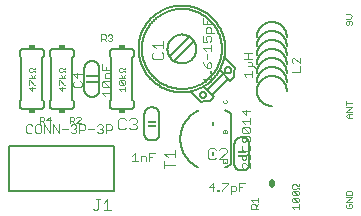
<source format=gto>
G75*
%MOIN*%
%OFA0B0*%
%FSLAX25Y25*%
%IPPOS*%
%LPD*%
%AMOC8*
5,1,8,0,0,1.08239X$1,22.5*
%
%ADD10C,0.00500*%
%ADD11R,0.03000X0.00750*%
%ADD12C,0.00300*%
%ADD13C,0.00600*%
%ADD14R,0.02000X0.01500*%
%ADD15C,0.00200*%
%ADD16C,0.02000*%
%ADD17C,0.00100*%
%ADD18C,0.00400*%
%ADD19R,0.04000X0.01000*%
D10*
X0003500Y0013500D02*
X0038500Y0013500D01*
X0038500Y0028500D01*
X0003500Y0028500D01*
X0003500Y0013500D01*
X0048500Y0032500D02*
X0048500Y0039500D01*
X0048512Y0039593D01*
X0048528Y0039685D01*
X0048548Y0039776D01*
X0048572Y0039867D01*
X0048599Y0039956D01*
X0048630Y0040045D01*
X0048665Y0040132D01*
X0048703Y0040217D01*
X0048745Y0040301D01*
X0048790Y0040383D01*
X0048838Y0040463D01*
X0048890Y0040541D01*
X0048945Y0040617D01*
X0049003Y0040690D01*
X0049064Y0040761D01*
X0049128Y0040829D01*
X0049195Y0040895D01*
X0049264Y0040958D01*
X0049336Y0041018D01*
X0049410Y0041075D01*
X0049487Y0041129D01*
X0049565Y0041179D01*
X0049646Y0041227D01*
X0049729Y0041270D01*
X0049813Y0041311D01*
X0049899Y0041348D01*
X0049986Y0041381D01*
X0050075Y0041411D01*
X0050165Y0041437D01*
X0050256Y0041459D01*
X0050348Y0041478D01*
X0050440Y0041493D01*
X0050533Y0041504D01*
X0050626Y0041511D01*
X0050720Y0041514D01*
X0050813Y0041513D01*
X0050907Y0041509D01*
X0051000Y0041500D01*
X0053500Y0039500D02*
X0053500Y0032500D01*
X0053488Y0032407D01*
X0053472Y0032315D01*
X0053452Y0032224D01*
X0053428Y0032133D01*
X0053401Y0032044D01*
X0053370Y0031955D01*
X0053335Y0031868D01*
X0053297Y0031783D01*
X0053255Y0031699D01*
X0053210Y0031617D01*
X0053162Y0031537D01*
X0053110Y0031459D01*
X0053055Y0031383D01*
X0052997Y0031310D01*
X0052936Y0031239D01*
X0052872Y0031171D01*
X0052805Y0031105D01*
X0052736Y0031042D01*
X0052664Y0030982D01*
X0052590Y0030925D01*
X0052513Y0030871D01*
X0052435Y0030821D01*
X0052354Y0030773D01*
X0052271Y0030730D01*
X0052187Y0030689D01*
X0052101Y0030652D01*
X0052014Y0030619D01*
X0051925Y0030589D01*
X0051835Y0030563D01*
X0051744Y0030541D01*
X0051652Y0030522D01*
X0051560Y0030507D01*
X0051467Y0030496D01*
X0051374Y0030489D01*
X0051280Y0030486D01*
X0051187Y0030487D01*
X0051093Y0030491D01*
X0051000Y0030500D01*
X0050907Y0030491D01*
X0050813Y0030487D01*
X0050720Y0030486D01*
X0050626Y0030489D01*
X0050533Y0030496D01*
X0050440Y0030507D01*
X0050348Y0030522D01*
X0050256Y0030541D01*
X0050165Y0030563D01*
X0050075Y0030589D01*
X0049986Y0030619D01*
X0049899Y0030652D01*
X0049813Y0030689D01*
X0049729Y0030730D01*
X0049646Y0030773D01*
X0049565Y0030821D01*
X0049487Y0030871D01*
X0049410Y0030925D01*
X0049336Y0030982D01*
X0049264Y0031042D01*
X0049195Y0031105D01*
X0049128Y0031171D01*
X0049064Y0031239D01*
X0049003Y0031310D01*
X0048945Y0031383D01*
X0048890Y0031459D01*
X0048838Y0031537D01*
X0048790Y0031617D01*
X0048745Y0031699D01*
X0048703Y0031783D01*
X0048665Y0031868D01*
X0048630Y0031955D01*
X0048599Y0032044D01*
X0048572Y0032133D01*
X0048548Y0032224D01*
X0048528Y0032315D01*
X0048512Y0032407D01*
X0048500Y0032500D01*
X0053500Y0039500D02*
X0053488Y0039593D01*
X0053472Y0039685D01*
X0053452Y0039776D01*
X0053428Y0039867D01*
X0053401Y0039956D01*
X0053370Y0040045D01*
X0053335Y0040132D01*
X0053297Y0040217D01*
X0053255Y0040301D01*
X0053210Y0040383D01*
X0053162Y0040463D01*
X0053110Y0040541D01*
X0053055Y0040617D01*
X0052997Y0040690D01*
X0052936Y0040761D01*
X0052872Y0040829D01*
X0052805Y0040895D01*
X0052736Y0040958D01*
X0052664Y0041018D01*
X0052590Y0041075D01*
X0052513Y0041129D01*
X0052435Y0041179D01*
X0052354Y0041227D01*
X0052271Y0041270D01*
X0052187Y0041311D01*
X0052101Y0041348D01*
X0052014Y0041381D01*
X0051925Y0041411D01*
X0051835Y0041437D01*
X0051744Y0041459D01*
X0051652Y0041478D01*
X0051560Y0041493D01*
X0051467Y0041504D01*
X0051374Y0041511D01*
X0051280Y0041514D01*
X0051187Y0041513D01*
X0051093Y0041509D01*
X0051000Y0041500D01*
X0064143Y0046640D02*
X0067352Y0043431D01*
X0068822Y0043538D01*
X0070293Y0043645D01*
X0071577Y0044928D01*
X0068230Y0048275D01*
X0069443Y0047132D02*
X0074850Y0052539D01*
X0073739Y0053784D02*
X0077086Y0050437D01*
X0078370Y0051721D01*
X0078482Y0053197D01*
X0078595Y0054674D01*
X0075227Y0058042D01*
X0075360Y0053918D02*
X0075362Y0053981D01*
X0075368Y0054043D01*
X0075378Y0054105D01*
X0075391Y0054167D01*
X0075409Y0054227D01*
X0075430Y0054286D01*
X0075455Y0054344D01*
X0075484Y0054400D01*
X0075516Y0054454D01*
X0075551Y0054506D01*
X0075589Y0054555D01*
X0075631Y0054603D01*
X0075675Y0054647D01*
X0075723Y0054689D01*
X0075772Y0054727D01*
X0075824Y0054762D01*
X0075878Y0054794D01*
X0075934Y0054823D01*
X0075992Y0054848D01*
X0076051Y0054869D01*
X0076111Y0054887D01*
X0076173Y0054900D01*
X0076235Y0054910D01*
X0076297Y0054916D01*
X0076360Y0054918D01*
X0076423Y0054916D01*
X0076485Y0054910D01*
X0076547Y0054900D01*
X0076609Y0054887D01*
X0076669Y0054869D01*
X0076728Y0054848D01*
X0076786Y0054823D01*
X0076842Y0054794D01*
X0076896Y0054762D01*
X0076948Y0054727D01*
X0076997Y0054689D01*
X0077045Y0054647D01*
X0077089Y0054603D01*
X0077131Y0054555D01*
X0077169Y0054506D01*
X0077204Y0054454D01*
X0077236Y0054400D01*
X0077265Y0054344D01*
X0077290Y0054286D01*
X0077311Y0054227D01*
X0077329Y0054167D01*
X0077342Y0054105D01*
X0077352Y0054043D01*
X0077358Y0053981D01*
X0077360Y0053918D01*
X0077358Y0053855D01*
X0077352Y0053793D01*
X0077342Y0053731D01*
X0077329Y0053669D01*
X0077311Y0053609D01*
X0077290Y0053550D01*
X0077265Y0053492D01*
X0077236Y0053436D01*
X0077204Y0053382D01*
X0077169Y0053330D01*
X0077131Y0053281D01*
X0077089Y0053233D01*
X0077045Y0053189D01*
X0076997Y0053147D01*
X0076948Y0053109D01*
X0076896Y0053074D01*
X0076842Y0053042D01*
X0076786Y0053013D01*
X0076728Y0052988D01*
X0076669Y0052967D01*
X0076609Y0052949D01*
X0076547Y0052936D01*
X0076485Y0052926D01*
X0076423Y0052920D01*
X0076360Y0052918D01*
X0076297Y0052920D01*
X0076235Y0052926D01*
X0076173Y0052936D01*
X0076111Y0052949D01*
X0076051Y0052967D01*
X0075992Y0052988D01*
X0075934Y0053013D01*
X0075878Y0053042D01*
X0075824Y0053074D01*
X0075772Y0053109D01*
X0075723Y0053147D01*
X0075675Y0053189D01*
X0075631Y0053233D01*
X0075589Y0053281D01*
X0075551Y0053330D01*
X0075516Y0053382D01*
X0075484Y0053436D01*
X0075455Y0053492D01*
X0075430Y0053550D01*
X0075409Y0053609D01*
X0075391Y0053669D01*
X0075378Y0053731D01*
X0075368Y0053793D01*
X0075362Y0053855D01*
X0075360Y0053918D01*
X0076253Y0050823D02*
X0073722Y0048292D01*
X0073721Y0048292D02*
X0070940Y0045511D01*
X0067107Y0045720D02*
X0067109Y0045783D01*
X0067115Y0045845D01*
X0067125Y0045907D01*
X0067138Y0045969D01*
X0067156Y0046029D01*
X0067177Y0046088D01*
X0067202Y0046146D01*
X0067231Y0046202D01*
X0067263Y0046256D01*
X0067298Y0046308D01*
X0067336Y0046357D01*
X0067378Y0046405D01*
X0067422Y0046449D01*
X0067470Y0046491D01*
X0067519Y0046529D01*
X0067571Y0046564D01*
X0067625Y0046596D01*
X0067681Y0046625D01*
X0067739Y0046650D01*
X0067798Y0046671D01*
X0067858Y0046689D01*
X0067920Y0046702D01*
X0067982Y0046712D01*
X0068044Y0046718D01*
X0068107Y0046720D01*
X0068170Y0046718D01*
X0068232Y0046712D01*
X0068294Y0046702D01*
X0068356Y0046689D01*
X0068416Y0046671D01*
X0068475Y0046650D01*
X0068533Y0046625D01*
X0068589Y0046596D01*
X0068643Y0046564D01*
X0068695Y0046529D01*
X0068744Y0046491D01*
X0068792Y0046449D01*
X0068836Y0046405D01*
X0068878Y0046357D01*
X0068916Y0046308D01*
X0068951Y0046256D01*
X0068983Y0046202D01*
X0069012Y0046146D01*
X0069037Y0046088D01*
X0069058Y0046029D01*
X0069076Y0045969D01*
X0069089Y0045907D01*
X0069099Y0045845D01*
X0069105Y0045783D01*
X0069107Y0045720D01*
X0069105Y0045657D01*
X0069099Y0045595D01*
X0069089Y0045533D01*
X0069076Y0045471D01*
X0069058Y0045411D01*
X0069037Y0045352D01*
X0069012Y0045294D01*
X0068983Y0045238D01*
X0068951Y0045184D01*
X0068916Y0045132D01*
X0068878Y0045083D01*
X0068836Y0045035D01*
X0068792Y0044991D01*
X0068744Y0044949D01*
X0068695Y0044911D01*
X0068643Y0044876D01*
X0068589Y0044844D01*
X0068533Y0044815D01*
X0068475Y0044790D01*
X0068416Y0044769D01*
X0068356Y0044751D01*
X0068294Y0044738D01*
X0068232Y0044728D01*
X0068170Y0044722D01*
X0068107Y0044720D01*
X0068044Y0044722D01*
X0067982Y0044728D01*
X0067920Y0044738D01*
X0067858Y0044751D01*
X0067798Y0044769D01*
X0067739Y0044790D01*
X0067681Y0044815D01*
X0067625Y0044844D01*
X0067571Y0044876D01*
X0067519Y0044911D01*
X0067470Y0044949D01*
X0067422Y0044991D01*
X0067378Y0045035D01*
X0067336Y0045083D01*
X0067298Y0045132D01*
X0067263Y0045184D01*
X0067231Y0045238D01*
X0067202Y0045294D01*
X0067177Y0045352D01*
X0067156Y0045411D01*
X0067138Y0045471D01*
X0067125Y0045533D01*
X0067115Y0045595D01*
X0067109Y0045657D01*
X0067107Y0045720D01*
X0077500Y0039248D02*
X0077500Y0022752D01*
X0078500Y0022500D02*
X0078500Y0029500D01*
X0078512Y0029593D01*
X0078528Y0029685D01*
X0078548Y0029776D01*
X0078572Y0029867D01*
X0078599Y0029956D01*
X0078630Y0030045D01*
X0078665Y0030132D01*
X0078703Y0030217D01*
X0078745Y0030301D01*
X0078790Y0030383D01*
X0078838Y0030463D01*
X0078890Y0030541D01*
X0078945Y0030617D01*
X0079003Y0030690D01*
X0079064Y0030761D01*
X0079128Y0030829D01*
X0079195Y0030895D01*
X0079264Y0030958D01*
X0079336Y0031018D01*
X0079410Y0031075D01*
X0079487Y0031129D01*
X0079565Y0031179D01*
X0079646Y0031227D01*
X0079729Y0031270D01*
X0079813Y0031311D01*
X0079899Y0031348D01*
X0079986Y0031381D01*
X0080075Y0031411D01*
X0080165Y0031437D01*
X0080256Y0031459D01*
X0080348Y0031478D01*
X0080440Y0031493D01*
X0080533Y0031504D01*
X0080626Y0031511D01*
X0080720Y0031514D01*
X0080813Y0031513D01*
X0080907Y0031509D01*
X0081000Y0031500D01*
X0081093Y0031509D01*
X0081187Y0031513D01*
X0081280Y0031514D01*
X0081374Y0031511D01*
X0081467Y0031504D01*
X0081560Y0031493D01*
X0081652Y0031478D01*
X0081744Y0031459D01*
X0081835Y0031437D01*
X0081925Y0031411D01*
X0082014Y0031381D01*
X0082101Y0031348D01*
X0082187Y0031311D01*
X0082271Y0031270D01*
X0082354Y0031227D01*
X0082435Y0031179D01*
X0082513Y0031129D01*
X0082590Y0031075D01*
X0082664Y0031018D01*
X0082736Y0030958D01*
X0082805Y0030895D01*
X0082872Y0030829D01*
X0082936Y0030761D01*
X0082997Y0030690D01*
X0083055Y0030617D01*
X0083110Y0030541D01*
X0083162Y0030463D01*
X0083210Y0030383D01*
X0083255Y0030301D01*
X0083297Y0030217D01*
X0083335Y0030132D01*
X0083370Y0030045D01*
X0083401Y0029956D01*
X0083428Y0029867D01*
X0083452Y0029776D01*
X0083472Y0029685D01*
X0083488Y0029593D01*
X0083500Y0029500D01*
X0083500Y0022500D01*
X0083488Y0022407D01*
X0083472Y0022315D01*
X0083452Y0022224D01*
X0083428Y0022133D01*
X0083401Y0022044D01*
X0083370Y0021955D01*
X0083335Y0021868D01*
X0083297Y0021783D01*
X0083255Y0021699D01*
X0083210Y0021617D01*
X0083162Y0021537D01*
X0083110Y0021459D01*
X0083055Y0021383D01*
X0082997Y0021310D01*
X0082936Y0021239D01*
X0082872Y0021171D01*
X0082805Y0021105D01*
X0082736Y0021042D01*
X0082664Y0020982D01*
X0082590Y0020925D01*
X0082513Y0020871D01*
X0082435Y0020821D01*
X0082354Y0020773D01*
X0082271Y0020730D01*
X0082187Y0020689D01*
X0082101Y0020652D01*
X0082014Y0020619D01*
X0081925Y0020589D01*
X0081835Y0020563D01*
X0081744Y0020541D01*
X0081652Y0020522D01*
X0081560Y0020507D01*
X0081467Y0020496D01*
X0081374Y0020489D01*
X0081280Y0020486D01*
X0081187Y0020487D01*
X0081093Y0020491D01*
X0081000Y0020500D01*
X0080907Y0020491D01*
X0080813Y0020487D01*
X0080720Y0020486D01*
X0080626Y0020489D01*
X0080533Y0020496D01*
X0080440Y0020507D01*
X0080348Y0020522D01*
X0080256Y0020541D01*
X0080165Y0020563D01*
X0080075Y0020589D01*
X0079986Y0020619D01*
X0079899Y0020652D01*
X0079813Y0020689D01*
X0079729Y0020730D01*
X0079646Y0020773D01*
X0079565Y0020821D01*
X0079487Y0020871D01*
X0079410Y0020925D01*
X0079336Y0020982D01*
X0079264Y0021042D01*
X0079195Y0021105D01*
X0079128Y0021171D01*
X0079064Y0021239D01*
X0079003Y0021310D01*
X0078945Y0021383D01*
X0078890Y0021459D01*
X0078838Y0021537D01*
X0078790Y0021617D01*
X0078745Y0021699D01*
X0078703Y0021783D01*
X0078665Y0021868D01*
X0078630Y0021955D01*
X0078599Y0022044D01*
X0078572Y0022133D01*
X0078548Y0022224D01*
X0078528Y0022315D01*
X0078512Y0022407D01*
X0078500Y0022500D01*
X0071500Y0025472D02*
X0071500Y0026528D01*
X0075472Y0021498D02*
X0075687Y0021602D01*
X0075900Y0021711D01*
X0076110Y0021825D01*
X0076317Y0021944D01*
X0076522Y0022067D01*
X0076724Y0022195D01*
X0076923Y0022328D01*
X0077118Y0022465D01*
X0077311Y0022606D01*
X0077500Y0022752D01*
X0066528Y0021500D02*
X0066298Y0021612D01*
X0066071Y0021729D01*
X0065847Y0021851D01*
X0065626Y0021979D01*
X0065409Y0022113D01*
X0065194Y0022251D01*
X0064983Y0022395D01*
X0064776Y0022544D01*
X0064572Y0022698D01*
X0064372Y0022856D01*
X0064176Y0023020D01*
X0063984Y0023188D01*
X0063796Y0023361D01*
X0063612Y0023539D01*
X0063433Y0023720D01*
X0063258Y0023907D01*
X0063088Y0024097D01*
X0062923Y0024291D01*
X0062762Y0024490D01*
X0062606Y0024692D01*
X0062455Y0024898D01*
X0062309Y0025108D01*
X0062169Y0025321D01*
X0062033Y0025537D01*
X0061903Y0025757D01*
X0061778Y0025980D01*
X0061659Y0026205D01*
X0061545Y0026434D01*
X0061437Y0026665D01*
X0061334Y0026899D01*
X0061237Y0027135D01*
X0061146Y0027374D01*
X0061061Y0027614D01*
X0060981Y0027857D01*
X0060908Y0028102D01*
X0060840Y0028348D01*
X0060779Y0028596D01*
X0060724Y0028845D01*
X0060674Y0029095D01*
X0060631Y0029347D01*
X0060594Y0029600D01*
X0060563Y0029853D01*
X0060538Y0030107D01*
X0060519Y0030362D01*
X0060507Y0030617D01*
X0060501Y0030872D01*
X0060501Y0031128D01*
X0060507Y0031383D01*
X0060519Y0031638D01*
X0060538Y0031893D01*
X0060563Y0032147D01*
X0060594Y0032400D01*
X0060631Y0032653D01*
X0060674Y0032905D01*
X0060724Y0033155D01*
X0060779Y0033404D01*
X0060840Y0033652D01*
X0060908Y0033898D01*
X0060981Y0034143D01*
X0061061Y0034386D01*
X0061146Y0034626D01*
X0061237Y0034865D01*
X0061334Y0035101D01*
X0061437Y0035335D01*
X0061545Y0035566D01*
X0061659Y0035795D01*
X0061778Y0036020D01*
X0061903Y0036243D01*
X0062033Y0036463D01*
X0062169Y0036679D01*
X0062309Y0036892D01*
X0062455Y0037102D01*
X0062606Y0037308D01*
X0062762Y0037510D01*
X0062923Y0037709D01*
X0063088Y0037903D01*
X0063258Y0038093D01*
X0063433Y0038280D01*
X0063612Y0038461D01*
X0063796Y0038639D01*
X0063984Y0038812D01*
X0064176Y0038980D01*
X0064372Y0039144D01*
X0064572Y0039302D01*
X0064776Y0039456D01*
X0064983Y0039605D01*
X0065194Y0039749D01*
X0065409Y0039887D01*
X0065626Y0040021D01*
X0065847Y0040149D01*
X0066071Y0040271D01*
X0066298Y0040388D01*
X0066528Y0040500D01*
X0071500Y0036528D02*
X0071500Y0035472D01*
X0075378Y0040546D02*
X0075603Y0040439D01*
X0075826Y0040327D01*
X0076046Y0040210D01*
X0076263Y0040088D01*
X0076478Y0039960D01*
X0076689Y0039827D01*
X0076897Y0039690D01*
X0077101Y0039547D01*
X0077303Y0039400D01*
X0077500Y0039248D01*
X0086000Y0047000D02*
X0086002Y0046860D01*
X0086008Y0046720D01*
X0086018Y0046580D01*
X0086031Y0046440D01*
X0086049Y0046301D01*
X0086071Y0046162D01*
X0086096Y0046025D01*
X0086125Y0045887D01*
X0086158Y0045751D01*
X0086195Y0045616D01*
X0086236Y0045482D01*
X0086281Y0045349D01*
X0086329Y0045217D01*
X0086381Y0045087D01*
X0086436Y0044958D01*
X0086495Y0044831D01*
X0086558Y0044705D01*
X0086624Y0044581D01*
X0086693Y0044460D01*
X0086766Y0044340D01*
X0086843Y0044222D01*
X0086922Y0044107D01*
X0087005Y0043993D01*
X0087091Y0043883D01*
X0087180Y0043774D01*
X0087272Y0043668D01*
X0087367Y0043565D01*
X0087464Y0043464D01*
X0087565Y0043367D01*
X0087668Y0043272D01*
X0087774Y0043180D01*
X0087883Y0043091D01*
X0087993Y0043005D01*
X0088107Y0042922D01*
X0088222Y0042843D01*
X0088340Y0042766D01*
X0088460Y0042693D01*
X0088581Y0042624D01*
X0088705Y0042558D01*
X0088831Y0042495D01*
X0088958Y0042436D01*
X0089087Y0042381D01*
X0089217Y0042329D01*
X0089349Y0042281D01*
X0089482Y0042236D01*
X0089616Y0042195D01*
X0089751Y0042158D01*
X0089887Y0042125D01*
X0090025Y0042096D01*
X0090162Y0042071D01*
X0090301Y0042049D01*
X0090440Y0042031D01*
X0090580Y0042018D01*
X0090720Y0042008D01*
X0090860Y0042002D01*
X0091000Y0042000D01*
X0086000Y0047000D02*
X0086002Y0047140D01*
X0086008Y0047280D01*
X0086018Y0047420D01*
X0086031Y0047560D01*
X0086049Y0047699D01*
X0086071Y0047838D01*
X0086096Y0047975D01*
X0086125Y0048113D01*
X0086158Y0048249D01*
X0086195Y0048384D01*
X0086236Y0048518D01*
X0086281Y0048651D01*
X0086329Y0048783D01*
X0086381Y0048913D01*
X0086436Y0049042D01*
X0086495Y0049169D01*
X0086558Y0049295D01*
X0086624Y0049419D01*
X0086693Y0049540D01*
X0086766Y0049660D01*
X0086843Y0049778D01*
X0086922Y0049893D01*
X0087005Y0050007D01*
X0087091Y0050117D01*
X0087180Y0050226D01*
X0087272Y0050332D01*
X0087367Y0050435D01*
X0087464Y0050536D01*
X0087565Y0050633D01*
X0087668Y0050728D01*
X0087774Y0050820D01*
X0087883Y0050909D01*
X0087993Y0050995D01*
X0088107Y0051078D01*
X0088222Y0051157D01*
X0088340Y0051234D01*
X0088460Y0051307D01*
X0088581Y0051376D01*
X0088705Y0051442D01*
X0088831Y0051505D01*
X0088958Y0051564D01*
X0089087Y0051619D01*
X0089217Y0051671D01*
X0089349Y0051719D01*
X0089482Y0051764D01*
X0089616Y0051805D01*
X0089751Y0051842D01*
X0089887Y0051875D01*
X0090025Y0051904D01*
X0090162Y0051929D01*
X0090301Y0051951D01*
X0090440Y0051969D01*
X0090580Y0051982D01*
X0090720Y0051992D01*
X0090860Y0051998D01*
X0091000Y0052000D01*
X0086000Y0053000D02*
X0086002Y0053140D01*
X0086008Y0053280D01*
X0086018Y0053420D01*
X0086031Y0053560D01*
X0086049Y0053699D01*
X0086071Y0053838D01*
X0086096Y0053975D01*
X0086125Y0054113D01*
X0086158Y0054249D01*
X0086195Y0054384D01*
X0086236Y0054518D01*
X0086281Y0054651D01*
X0086329Y0054783D01*
X0086381Y0054913D01*
X0086436Y0055042D01*
X0086495Y0055169D01*
X0086558Y0055295D01*
X0086624Y0055419D01*
X0086693Y0055540D01*
X0086766Y0055660D01*
X0086843Y0055778D01*
X0086922Y0055893D01*
X0087005Y0056007D01*
X0087091Y0056117D01*
X0087180Y0056226D01*
X0087272Y0056332D01*
X0087367Y0056435D01*
X0087464Y0056536D01*
X0087565Y0056633D01*
X0087668Y0056728D01*
X0087774Y0056820D01*
X0087883Y0056909D01*
X0087993Y0056995D01*
X0088107Y0057078D01*
X0088222Y0057157D01*
X0088340Y0057234D01*
X0088460Y0057307D01*
X0088581Y0057376D01*
X0088705Y0057442D01*
X0088831Y0057505D01*
X0088958Y0057564D01*
X0089087Y0057619D01*
X0089217Y0057671D01*
X0089349Y0057719D01*
X0089482Y0057764D01*
X0089616Y0057805D01*
X0089751Y0057842D01*
X0089887Y0057875D01*
X0090025Y0057904D01*
X0090162Y0057929D01*
X0090301Y0057951D01*
X0090440Y0057969D01*
X0090580Y0057982D01*
X0090720Y0057992D01*
X0090860Y0057998D01*
X0091000Y0058000D01*
X0086000Y0059000D02*
X0086002Y0059140D01*
X0086008Y0059280D01*
X0086018Y0059420D01*
X0086031Y0059560D01*
X0086049Y0059699D01*
X0086071Y0059838D01*
X0086096Y0059975D01*
X0086125Y0060113D01*
X0086158Y0060249D01*
X0086195Y0060384D01*
X0086236Y0060518D01*
X0086281Y0060651D01*
X0086329Y0060783D01*
X0086381Y0060913D01*
X0086436Y0061042D01*
X0086495Y0061169D01*
X0086558Y0061295D01*
X0086624Y0061419D01*
X0086693Y0061540D01*
X0086766Y0061660D01*
X0086843Y0061778D01*
X0086922Y0061893D01*
X0087005Y0062007D01*
X0087091Y0062117D01*
X0087180Y0062226D01*
X0087272Y0062332D01*
X0087367Y0062435D01*
X0087464Y0062536D01*
X0087565Y0062633D01*
X0087668Y0062728D01*
X0087774Y0062820D01*
X0087883Y0062909D01*
X0087993Y0062995D01*
X0088107Y0063078D01*
X0088222Y0063157D01*
X0088340Y0063234D01*
X0088460Y0063307D01*
X0088581Y0063376D01*
X0088705Y0063442D01*
X0088831Y0063505D01*
X0088958Y0063564D01*
X0089087Y0063619D01*
X0089217Y0063671D01*
X0089349Y0063719D01*
X0089482Y0063764D01*
X0089616Y0063805D01*
X0089751Y0063842D01*
X0089887Y0063875D01*
X0090025Y0063904D01*
X0090162Y0063929D01*
X0090301Y0063951D01*
X0090440Y0063969D01*
X0090580Y0063982D01*
X0090720Y0063992D01*
X0090860Y0063998D01*
X0091000Y0064000D01*
X0086000Y0065000D02*
X0086002Y0065140D01*
X0086008Y0065280D01*
X0086018Y0065420D01*
X0086031Y0065560D01*
X0086049Y0065699D01*
X0086071Y0065838D01*
X0086096Y0065975D01*
X0086125Y0066113D01*
X0086158Y0066249D01*
X0086195Y0066384D01*
X0086236Y0066518D01*
X0086281Y0066651D01*
X0086329Y0066783D01*
X0086381Y0066913D01*
X0086436Y0067042D01*
X0086495Y0067169D01*
X0086558Y0067295D01*
X0086624Y0067419D01*
X0086693Y0067540D01*
X0086766Y0067660D01*
X0086843Y0067778D01*
X0086922Y0067893D01*
X0087005Y0068007D01*
X0087091Y0068117D01*
X0087180Y0068226D01*
X0087272Y0068332D01*
X0087367Y0068435D01*
X0087464Y0068536D01*
X0087565Y0068633D01*
X0087668Y0068728D01*
X0087774Y0068820D01*
X0087883Y0068909D01*
X0087993Y0068995D01*
X0088107Y0069078D01*
X0088222Y0069157D01*
X0088340Y0069234D01*
X0088460Y0069307D01*
X0088581Y0069376D01*
X0088705Y0069442D01*
X0088831Y0069505D01*
X0088958Y0069564D01*
X0089087Y0069619D01*
X0089217Y0069671D01*
X0089349Y0069719D01*
X0089482Y0069764D01*
X0089616Y0069805D01*
X0089751Y0069842D01*
X0089887Y0069875D01*
X0090025Y0069904D01*
X0090162Y0069929D01*
X0090301Y0069951D01*
X0090440Y0069969D01*
X0090580Y0069982D01*
X0090720Y0069992D01*
X0090860Y0069998D01*
X0091000Y0070000D01*
X0091140Y0069998D01*
X0091280Y0069992D01*
X0091420Y0069982D01*
X0091560Y0069969D01*
X0091699Y0069951D01*
X0091838Y0069929D01*
X0091975Y0069904D01*
X0092113Y0069875D01*
X0092249Y0069842D01*
X0092384Y0069805D01*
X0092518Y0069764D01*
X0092651Y0069719D01*
X0092783Y0069671D01*
X0092913Y0069619D01*
X0093042Y0069564D01*
X0093169Y0069505D01*
X0093295Y0069442D01*
X0093419Y0069376D01*
X0093540Y0069307D01*
X0093660Y0069234D01*
X0093778Y0069157D01*
X0093893Y0069078D01*
X0094007Y0068995D01*
X0094117Y0068909D01*
X0094226Y0068820D01*
X0094332Y0068728D01*
X0094435Y0068633D01*
X0094536Y0068536D01*
X0094633Y0068435D01*
X0094728Y0068332D01*
X0094820Y0068226D01*
X0094909Y0068117D01*
X0094995Y0068007D01*
X0095078Y0067893D01*
X0095157Y0067778D01*
X0095234Y0067660D01*
X0095307Y0067540D01*
X0095376Y0067419D01*
X0095442Y0067295D01*
X0095505Y0067169D01*
X0095564Y0067042D01*
X0095619Y0066913D01*
X0095671Y0066783D01*
X0095719Y0066651D01*
X0095764Y0066518D01*
X0095805Y0066384D01*
X0095842Y0066249D01*
X0095875Y0066113D01*
X0095904Y0065975D01*
X0095929Y0065838D01*
X0095951Y0065699D01*
X0095969Y0065560D01*
X0095982Y0065420D01*
X0095992Y0065280D01*
X0095998Y0065140D01*
X0096000Y0065000D01*
X0091000Y0067000D02*
X0090860Y0066998D01*
X0090720Y0066992D01*
X0090580Y0066982D01*
X0090440Y0066969D01*
X0090301Y0066951D01*
X0090162Y0066929D01*
X0090025Y0066904D01*
X0089887Y0066875D01*
X0089751Y0066842D01*
X0089616Y0066805D01*
X0089482Y0066764D01*
X0089349Y0066719D01*
X0089217Y0066671D01*
X0089087Y0066619D01*
X0088958Y0066564D01*
X0088831Y0066505D01*
X0088705Y0066442D01*
X0088581Y0066376D01*
X0088460Y0066307D01*
X0088340Y0066234D01*
X0088222Y0066157D01*
X0088107Y0066078D01*
X0087993Y0065995D01*
X0087883Y0065909D01*
X0087774Y0065820D01*
X0087668Y0065728D01*
X0087565Y0065633D01*
X0087464Y0065536D01*
X0087367Y0065435D01*
X0087272Y0065332D01*
X0087180Y0065226D01*
X0087091Y0065117D01*
X0087005Y0065007D01*
X0086922Y0064893D01*
X0086843Y0064778D01*
X0086766Y0064660D01*
X0086693Y0064540D01*
X0086624Y0064419D01*
X0086558Y0064295D01*
X0086495Y0064169D01*
X0086436Y0064042D01*
X0086381Y0063913D01*
X0086329Y0063783D01*
X0086281Y0063651D01*
X0086236Y0063518D01*
X0086195Y0063384D01*
X0086158Y0063249D01*
X0086125Y0063113D01*
X0086096Y0062975D01*
X0086071Y0062838D01*
X0086049Y0062699D01*
X0086031Y0062560D01*
X0086018Y0062420D01*
X0086008Y0062280D01*
X0086002Y0062140D01*
X0086000Y0062000D01*
X0091000Y0067000D02*
X0091140Y0066998D01*
X0091280Y0066992D01*
X0091420Y0066982D01*
X0091560Y0066969D01*
X0091699Y0066951D01*
X0091838Y0066929D01*
X0091975Y0066904D01*
X0092113Y0066875D01*
X0092249Y0066842D01*
X0092384Y0066805D01*
X0092518Y0066764D01*
X0092651Y0066719D01*
X0092783Y0066671D01*
X0092913Y0066619D01*
X0093042Y0066564D01*
X0093169Y0066505D01*
X0093295Y0066442D01*
X0093419Y0066376D01*
X0093540Y0066307D01*
X0093660Y0066234D01*
X0093778Y0066157D01*
X0093893Y0066078D01*
X0094007Y0065995D01*
X0094117Y0065909D01*
X0094226Y0065820D01*
X0094332Y0065728D01*
X0094435Y0065633D01*
X0094536Y0065536D01*
X0094633Y0065435D01*
X0094728Y0065332D01*
X0094820Y0065226D01*
X0094909Y0065117D01*
X0094995Y0065007D01*
X0095078Y0064893D01*
X0095157Y0064778D01*
X0095234Y0064660D01*
X0095307Y0064540D01*
X0095376Y0064419D01*
X0095442Y0064295D01*
X0095505Y0064169D01*
X0095564Y0064042D01*
X0095619Y0063913D01*
X0095671Y0063783D01*
X0095719Y0063651D01*
X0095764Y0063518D01*
X0095805Y0063384D01*
X0095842Y0063249D01*
X0095875Y0063113D01*
X0095904Y0062975D01*
X0095929Y0062838D01*
X0095951Y0062699D01*
X0095969Y0062560D01*
X0095982Y0062420D01*
X0095992Y0062280D01*
X0095998Y0062140D01*
X0096000Y0062000D01*
X0096000Y0059000D02*
X0095998Y0059140D01*
X0095992Y0059280D01*
X0095982Y0059420D01*
X0095969Y0059560D01*
X0095951Y0059699D01*
X0095929Y0059838D01*
X0095904Y0059975D01*
X0095875Y0060113D01*
X0095842Y0060249D01*
X0095805Y0060384D01*
X0095764Y0060518D01*
X0095719Y0060651D01*
X0095671Y0060783D01*
X0095619Y0060913D01*
X0095564Y0061042D01*
X0095505Y0061169D01*
X0095442Y0061295D01*
X0095376Y0061419D01*
X0095307Y0061540D01*
X0095234Y0061660D01*
X0095157Y0061778D01*
X0095078Y0061893D01*
X0094995Y0062007D01*
X0094909Y0062117D01*
X0094820Y0062226D01*
X0094728Y0062332D01*
X0094633Y0062435D01*
X0094536Y0062536D01*
X0094435Y0062633D01*
X0094332Y0062728D01*
X0094226Y0062820D01*
X0094117Y0062909D01*
X0094007Y0062995D01*
X0093893Y0063078D01*
X0093778Y0063157D01*
X0093660Y0063234D01*
X0093540Y0063307D01*
X0093419Y0063376D01*
X0093295Y0063442D01*
X0093169Y0063505D01*
X0093042Y0063564D01*
X0092913Y0063619D01*
X0092783Y0063671D01*
X0092651Y0063719D01*
X0092518Y0063764D01*
X0092384Y0063805D01*
X0092249Y0063842D01*
X0092113Y0063875D01*
X0091975Y0063904D01*
X0091838Y0063929D01*
X0091699Y0063951D01*
X0091560Y0063969D01*
X0091420Y0063982D01*
X0091280Y0063992D01*
X0091140Y0063998D01*
X0091000Y0064000D01*
X0091000Y0061000D02*
X0090860Y0060998D01*
X0090720Y0060992D01*
X0090580Y0060982D01*
X0090440Y0060969D01*
X0090301Y0060951D01*
X0090162Y0060929D01*
X0090025Y0060904D01*
X0089887Y0060875D01*
X0089751Y0060842D01*
X0089616Y0060805D01*
X0089482Y0060764D01*
X0089349Y0060719D01*
X0089217Y0060671D01*
X0089087Y0060619D01*
X0088958Y0060564D01*
X0088831Y0060505D01*
X0088705Y0060442D01*
X0088581Y0060376D01*
X0088460Y0060307D01*
X0088340Y0060234D01*
X0088222Y0060157D01*
X0088107Y0060078D01*
X0087993Y0059995D01*
X0087883Y0059909D01*
X0087774Y0059820D01*
X0087668Y0059728D01*
X0087565Y0059633D01*
X0087464Y0059536D01*
X0087367Y0059435D01*
X0087272Y0059332D01*
X0087180Y0059226D01*
X0087091Y0059117D01*
X0087005Y0059007D01*
X0086922Y0058893D01*
X0086843Y0058778D01*
X0086766Y0058660D01*
X0086693Y0058540D01*
X0086624Y0058419D01*
X0086558Y0058295D01*
X0086495Y0058169D01*
X0086436Y0058042D01*
X0086381Y0057913D01*
X0086329Y0057783D01*
X0086281Y0057651D01*
X0086236Y0057518D01*
X0086195Y0057384D01*
X0086158Y0057249D01*
X0086125Y0057113D01*
X0086096Y0056975D01*
X0086071Y0056838D01*
X0086049Y0056699D01*
X0086031Y0056560D01*
X0086018Y0056420D01*
X0086008Y0056280D01*
X0086002Y0056140D01*
X0086000Y0056000D01*
X0091000Y0061000D02*
X0091140Y0060998D01*
X0091280Y0060992D01*
X0091420Y0060982D01*
X0091560Y0060969D01*
X0091699Y0060951D01*
X0091838Y0060929D01*
X0091975Y0060904D01*
X0092113Y0060875D01*
X0092249Y0060842D01*
X0092384Y0060805D01*
X0092518Y0060764D01*
X0092651Y0060719D01*
X0092783Y0060671D01*
X0092913Y0060619D01*
X0093042Y0060564D01*
X0093169Y0060505D01*
X0093295Y0060442D01*
X0093419Y0060376D01*
X0093540Y0060307D01*
X0093660Y0060234D01*
X0093778Y0060157D01*
X0093893Y0060078D01*
X0094007Y0059995D01*
X0094117Y0059909D01*
X0094226Y0059820D01*
X0094332Y0059728D01*
X0094435Y0059633D01*
X0094536Y0059536D01*
X0094633Y0059435D01*
X0094728Y0059332D01*
X0094820Y0059226D01*
X0094909Y0059117D01*
X0094995Y0059007D01*
X0095078Y0058893D01*
X0095157Y0058778D01*
X0095234Y0058660D01*
X0095307Y0058540D01*
X0095376Y0058419D01*
X0095442Y0058295D01*
X0095505Y0058169D01*
X0095564Y0058042D01*
X0095619Y0057913D01*
X0095671Y0057783D01*
X0095719Y0057651D01*
X0095764Y0057518D01*
X0095805Y0057384D01*
X0095842Y0057249D01*
X0095875Y0057113D01*
X0095904Y0056975D01*
X0095929Y0056838D01*
X0095951Y0056699D01*
X0095969Y0056560D01*
X0095982Y0056420D01*
X0095992Y0056280D01*
X0095998Y0056140D01*
X0096000Y0056000D01*
X0096000Y0053000D02*
X0095998Y0053140D01*
X0095992Y0053280D01*
X0095982Y0053420D01*
X0095969Y0053560D01*
X0095951Y0053699D01*
X0095929Y0053838D01*
X0095904Y0053975D01*
X0095875Y0054113D01*
X0095842Y0054249D01*
X0095805Y0054384D01*
X0095764Y0054518D01*
X0095719Y0054651D01*
X0095671Y0054783D01*
X0095619Y0054913D01*
X0095564Y0055042D01*
X0095505Y0055169D01*
X0095442Y0055295D01*
X0095376Y0055419D01*
X0095307Y0055540D01*
X0095234Y0055660D01*
X0095157Y0055778D01*
X0095078Y0055893D01*
X0094995Y0056007D01*
X0094909Y0056117D01*
X0094820Y0056226D01*
X0094728Y0056332D01*
X0094633Y0056435D01*
X0094536Y0056536D01*
X0094435Y0056633D01*
X0094332Y0056728D01*
X0094226Y0056820D01*
X0094117Y0056909D01*
X0094007Y0056995D01*
X0093893Y0057078D01*
X0093778Y0057157D01*
X0093660Y0057234D01*
X0093540Y0057307D01*
X0093419Y0057376D01*
X0093295Y0057442D01*
X0093169Y0057505D01*
X0093042Y0057564D01*
X0092913Y0057619D01*
X0092783Y0057671D01*
X0092651Y0057719D01*
X0092518Y0057764D01*
X0092384Y0057805D01*
X0092249Y0057842D01*
X0092113Y0057875D01*
X0091975Y0057904D01*
X0091838Y0057929D01*
X0091699Y0057951D01*
X0091560Y0057969D01*
X0091420Y0057982D01*
X0091280Y0057992D01*
X0091140Y0057998D01*
X0091000Y0058000D01*
X0091000Y0055000D02*
X0090860Y0054998D01*
X0090720Y0054992D01*
X0090580Y0054982D01*
X0090440Y0054969D01*
X0090301Y0054951D01*
X0090162Y0054929D01*
X0090025Y0054904D01*
X0089887Y0054875D01*
X0089751Y0054842D01*
X0089616Y0054805D01*
X0089482Y0054764D01*
X0089349Y0054719D01*
X0089217Y0054671D01*
X0089087Y0054619D01*
X0088958Y0054564D01*
X0088831Y0054505D01*
X0088705Y0054442D01*
X0088581Y0054376D01*
X0088460Y0054307D01*
X0088340Y0054234D01*
X0088222Y0054157D01*
X0088107Y0054078D01*
X0087993Y0053995D01*
X0087883Y0053909D01*
X0087774Y0053820D01*
X0087668Y0053728D01*
X0087565Y0053633D01*
X0087464Y0053536D01*
X0087367Y0053435D01*
X0087272Y0053332D01*
X0087180Y0053226D01*
X0087091Y0053117D01*
X0087005Y0053007D01*
X0086922Y0052893D01*
X0086843Y0052778D01*
X0086766Y0052660D01*
X0086693Y0052540D01*
X0086624Y0052419D01*
X0086558Y0052295D01*
X0086495Y0052169D01*
X0086436Y0052042D01*
X0086381Y0051913D01*
X0086329Y0051783D01*
X0086281Y0051651D01*
X0086236Y0051518D01*
X0086195Y0051384D01*
X0086158Y0051249D01*
X0086125Y0051113D01*
X0086096Y0050975D01*
X0086071Y0050838D01*
X0086049Y0050699D01*
X0086031Y0050560D01*
X0086018Y0050420D01*
X0086008Y0050280D01*
X0086002Y0050140D01*
X0086000Y0050000D01*
X0091000Y0055000D02*
X0091140Y0054998D01*
X0091280Y0054992D01*
X0091420Y0054982D01*
X0091560Y0054969D01*
X0091699Y0054951D01*
X0091838Y0054929D01*
X0091975Y0054904D01*
X0092113Y0054875D01*
X0092249Y0054842D01*
X0092384Y0054805D01*
X0092518Y0054764D01*
X0092651Y0054719D01*
X0092783Y0054671D01*
X0092913Y0054619D01*
X0093042Y0054564D01*
X0093169Y0054505D01*
X0093295Y0054442D01*
X0093419Y0054376D01*
X0093540Y0054307D01*
X0093660Y0054234D01*
X0093778Y0054157D01*
X0093893Y0054078D01*
X0094007Y0053995D01*
X0094117Y0053909D01*
X0094226Y0053820D01*
X0094332Y0053728D01*
X0094435Y0053633D01*
X0094536Y0053536D01*
X0094633Y0053435D01*
X0094728Y0053332D01*
X0094820Y0053226D01*
X0094909Y0053117D01*
X0094995Y0053007D01*
X0095078Y0052893D01*
X0095157Y0052778D01*
X0095234Y0052660D01*
X0095307Y0052540D01*
X0095376Y0052419D01*
X0095442Y0052295D01*
X0095505Y0052169D01*
X0095564Y0052042D01*
X0095619Y0051913D01*
X0095671Y0051783D01*
X0095719Y0051651D01*
X0095764Y0051518D01*
X0095805Y0051384D01*
X0095842Y0051249D01*
X0095875Y0051113D01*
X0095904Y0050975D01*
X0095929Y0050838D01*
X0095951Y0050699D01*
X0095969Y0050560D01*
X0095982Y0050420D01*
X0095992Y0050280D01*
X0095998Y0050140D01*
X0096000Y0050000D01*
X0096000Y0047000D02*
X0095998Y0047140D01*
X0095992Y0047280D01*
X0095982Y0047420D01*
X0095969Y0047560D01*
X0095951Y0047699D01*
X0095929Y0047838D01*
X0095904Y0047975D01*
X0095875Y0048113D01*
X0095842Y0048249D01*
X0095805Y0048384D01*
X0095764Y0048518D01*
X0095719Y0048651D01*
X0095671Y0048783D01*
X0095619Y0048913D01*
X0095564Y0049042D01*
X0095505Y0049169D01*
X0095442Y0049295D01*
X0095376Y0049419D01*
X0095307Y0049540D01*
X0095234Y0049660D01*
X0095157Y0049778D01*
X0095078Y0049893D01*
X0094995Y0050007D01*
X0094909Y0050117D01*
X0094820Y0050226D01*
X0094728Y0050332D01*
X0094633Y0050435D01*
X0094536Y0050536D01*
X0094435Y0050633D01*
X0094332Y0050728D01*
X0094226Y0050820D01*
X0094117Y0050909D01*
X0094007Y0050995D01*
X0093893Y0051078D01*
X0093778Y0051157D01*
X0093660Y0051234D01*
X0093540Y0051307D01*
X0093419Y0051376D01*
X0093295Y0051442D01*
X0093169Y0051505D01*
X0093042Y0051564D01*
X0092913Y0051619D01*
X0092783Y0051671D01*
X0092651Y0051719D01*
X0092518Y0051764D01*
X0092384Y0051805D01*
X0092249Y0051842D01*
X0092113Y0051875D01*
X0091975Y0051904D01*
X0091838Y0051929D01*
X0091699Y0051951D01*
X0091560Y0051969D01*
X0091420Y0051982D01*
X0091280Y0051992D01*
X0091140Y0051998D01*
X0091000Y0052000D01*
X0065009Y0063497D02*
X0058501Y0056988D01*
X0056896Y0058593D02*
X0063405Y0065101D01*
X0047665Y0061000D02*
X0047669Y0061327D01*
X0047681Y0061654D01*
X0047701Y0061981D01*
X0047729Y0062307D01*
X0047765Y0062632D01*
X0047809Y0062957D01*
X0047861Y0063280D01*
X0047921Y0063602D01*
X0047989Y0063922D01*
X0048065Y0064240D01*
X0048148Y0064557D01*
X0048239Y0064871D01*
X0048338Y0065183D01*
X0048445Y0065492D01*
X0048559Y0065799D01*
X0048680Y0066103D01*
X0048809Y0066404D01*
X0048945Y0066701D01*
X0049089Y0066996D01*
X0049240Y0067286D01*
X0049397Y0067573D01*
X0049562Y0067856D01*
X0049734Y0068134D01*
X0049912Y0068409D01*
X0050098Y0068678D01*
X0050289Y0068944D01*
X0050487Y0069204D01*
X0050692Y0069460D01*
X0050903Y0069710D01*
X0051119Y0069955D01*
X0051342Y0070195D01*
X0051571Y0070429D01*
X0051805Y0070658D01*
X0052045Y0070881D01*
X0052290Y0071097D01*
X0052540Y0071308D01*
X0052796Y0071513D01*
X0053056Y0071711D01*
X0053322Y0071902D01*
X0053591Y0072088D01*
X0053866Y0072266D01*
X0054144Y0072438D01*
X0054427Y0072603D01*
X0054714Y0072760D01*
X0055004Y0072911D01*
X0055299Y0073055D01*
X0055596Y0073191D01*
X0055897Y0073320D01*
X0056201Y0073441D01*
X0056508Y0073555D01*
X0056817Y0073662D01*
X0057129Y0073761D01*
X0057443Y0073852D01*
X0057760Y0073935D01*
X0058078Y0074011D01*
X0058398Y0074079D01*
X0058720Y0074139D01*
X0059043Y0074191D01*
X0059368Y0074235D01*
X0059693Y0074271D01*
X0060019Y0074299D01*
X0060346Y0074319D01*
X0060673Y0074331D01*
X0061000Y0074335D01*
X0061327Y0074331D01*
X0061654Y0074319D01*
X0061981Y0074299D01*
X0062307Y0074271D01*
X0062632Y0074235D01*
X0062957Y0074191D01*
X0063280Y0074139D01*
X0063602Y0074079D01*
X0063922Y0074011D01*
X0064240Y0073935D01*
X0064557Y0073852D01*
X0064871Y0073761D01*
X0065183Y0073662D01*
X0065492Y0073555D01*
X0065799Y0073441D01*
X0066103Y0073320D01*
X0066404Y0073191D01*
X0066701Y0073055D01*
X0066996Y0072911D01*
X0067286Y0072760D01*
X0067573Y0072603D01*
X0067856Y0072438D01*
X0068134Y0072266D01*
X0068409Y0072088D01*
X0068678Y0071902D01*
X0068944Y0071711D01*
X0069204Y0071513D01*
X0069460Y0071308D01*
X0069710Y0071097D01*
X0069955Y0070881D01*
X0070195Y0070658D01*
X0070429Y0070429D01*
X0070658Y0070195D01*
X0070881Y0069955D01*
X0071097Y0069710D01*
X0071308Y0069460D01*
X0071513Y0069204D01*
X0071711Y0068944D01*
X0071902Y0068678D01*
X0072088Y0068409D01*
X0072266Y0068134D01*
X0072438Y0067856D01*
X0072603Y0067573D01*
X0072760Y0067286D01*
X0072911Y0066996D01*
X0073055Y0066701D01*
X0073191Y0066404D01*
X0073320Y0066103D01*
X0073441Y0065799D01*
X0073555Y0065492D01*
X0073662Y0065183D01*
X0073761Y0064871D01*
X0073852Y0064557D01*
X0073935Y0064240D01*
X0074011Y0063922D01*
X0074079Y0063602D01*
X0074139Y0063280D01*
X0074191Y0062957D01*
X0074235Y0062632D01*
X0074271Y0062307D01*
X0074299Y0061981D01*
X0074319Y0061654D01*
X0074331Y0061327D01*
X0074335Y0061000D01*
X0074331Y0060673D01*
X0074319Y0060346D01*
X0074299Y0060019D01*
X0074271Y0059693D01*
X0074235Y0059368D01*
X0074191Y0059043D01*
X0074139Y0058720D01*
X0074079Y0058398D01*
X0074011Y0058078D01*
X0073935Y0057760D01*
X0073852Y0057443D01*
X0073761Y0057129D01*
X0073662Y0056817D01*
X0073555Y0056508D01*
X0073441Y0056201D01*
X0073320Y0055897D01*
X0073191Y0055596D01*
X0073055Y0055299D01*
X0072911Y0055004D01*
X0072760Y0054714D01*
X0072603Y0054427D01*
X0072438Y0054144D01*
X0072266Y0053866D01*
X0072088Y0053591D01*
X0071902Y0053322D01*
X0071711Y0053056D01*
X0071513Y0052796D01*
X0071308Y0052540D01*
X0071097Y0052290D01*
X0070881Y0052045D01*
X0070658Y0051805D01*
X0070429Y0051571D01*
X0070195Y0051342D01*
X0069955Y0051119D01*
X0069710Y0050903D01*
X0069460Y0050692D01*
X0069204Y0050487D01*
X0068944Y0050289D01*
X0068678Y0050098D01*
X0068409Y0049912D01*
X0068134Y0049734D01*
X0067856Y0049562D01*
X0067573Y0049397D01*
X0067286Y0049240D01*
X0066996Y0049089D01*
X0066701Y0048945D01*
X0066404Y0048809D01*
X0066103Y0048680D01*
X0065799Y0048559D01*
X0065492Y0048445D01*
X0065183Y0048338D01*
X0064871Y0048239D01*
X0064557Y0048148D01*
X0064240Y0048065D01*
X0063922Y0047989D01*
X0063602Y0047921D01*
X0063280Y0047861D01*
X0062957Y0047809D01*
X0062632Y0047765D01*
X0062307Y0047729D01*
X0061981Y0047701D01*
X0061654Y0047681D01*
X0061327Y0047669D01*
X0061000Y0047665D01*
X0060673Y0047669D01*
X0060346Y0047681D01*
X0060019Y0047701D01*
X0059693Y0047729D01*
X0059368Y0047765D01*
X0059043Y0047809D01*
X0058720Y0047861D01*
X0058398Y0047921D01*
X0058078Y0047989D01*
X0057760Y0048065D01*
X0057443Y0048148D01*
X0057129Y0048239D01*
X0056817Y0048338D01*
X0056508Y0048445D01*
X0056201Y0048559D01*
X0055897Y0048680D01*
X0055596Y0048809D01*
X0055299Y0048945D01*
X0055004Y0049089D01*
X0054714Y0049240D01*
X0054427Y0049397D01*
X0054144Y0049562D01*
X0053866Y0049734D01*
X0053591Y0049912D01*
X0053322Y0050098D01*
X0053056Y0050289D01*
X0052796Y0050487D01*
X0052540Y0050692D01*
X0052290Y0050903D01*
X0052045Y0051119D01*
X0051805Y0051342D01*
X0051571Y0051571D01*
X0051342Y0051805D01*
X0051119Y0052045D01*
X0050903Y0052290D01*
X0050692Y0052540D01*
X0050487Y0052796D01*
X0050289Y0053056D01*
X0050098Y0053322D01*
X0049912Y0053591D01*
X0049734Y0053866D01*
X0049562Y0054144D01*
X0049397Y0054427D01*
X0049240Y0054714D01*
X0049089Y0055004D01*
X0048945Y0055299D01*
X0048809Y0055596D01*
X0048680Y0055897D01*
X0048559Y0056201D01*
X0048445Y0056508D01*
X0048338Y0056817D01*
X0048239Y0057129D01*
X0048148Y0057443D01*
X0048065Y0057760D01*
X0047989Y0058078D01*
X0047921Y0058398D01*
X0047861Y0058720D01*
X0047809Y0059043D01*
X0047765Y0059368D01*
X0047729Y0059693D01*
X0047701Y0060019D01*
X0047681Y0060346D01*
X0047669Y0060673D01*
X0047665Y0061000D01*
X0046556Y0061000D02*
X0046560Y0061354D01*
X0046573Y0061709D01*
X0046595Y0062063D01*
X0046626Y0062416D01*
X0046665Y0062768D01*
X0046712Y0063119D01*
X0046769Y0063469D01*
X0046834Y0063818D01*
X0046907Y0064165D01*
X0046989Y0064510D01*
X0047079Y0064852D01*
X0047178Y0065193D01*
X0047285Y0065531D01*
X0047400Y0065866D01*
X0047524Y0066198D01*
X0047655Y0066527D01*
X0047795Y0066853D01*
X0047943Y0067176D01*
X0048098Y0067494D01*
X0048262Y0067809D01*
X0048432Y0068119D01*
X0048611Y0068426D01*
X0048797Y0068728D01*
X0048990Y0069025D01*
X0049191Y0069317D01*
X0049398Y0069604D01*
X0049613Y0069886D01*
X0049835Y0070163D01*
X0050063Y0070434D01*
X0050298Y0070700D01*
X0050539Y0070960D01*
X0050787Y0071213D01*
X0051040Y0071461D01*
X0051300Y0071702D01*
X0051566Y0071937D01*
X0051837Y0072165D01*
X0052114Y0072387D01*
X0052396Y0072602D01*
X0052683Y0072809D01*
X0052975Y0073010D01*
X0053272Y0073203D01*
X0053574Y0073389D01*
X0053881Y0073568D01*
X0054191Y0073738D01*
X0054506Y0073902D01*
X0054824Y0074057D01*
X0055147Y0074205D01*
X0055473Y0074345D01*
X0055802Y0074476D01*
X0056134Y0074600D01*
X0056469Y0074715D01*
X0056807Y0074822D01*
X0057148Y0074921D01*
X0057490Y0075011D01*
X0057835Y0075093D01*
X0058182Y0075166D01*
X0058531Y0075231D01*
X0058881Y0075288D01*
X0059232Y0075335D01*
X0059584Y0075374D01*
X0059937Y0075405D01*
X0060291Y0075427D01*
X0060646Y0075440D01*
X0061000Y0075444D01*
X0061354Y0075440D01*
X0061709Y0075427D01*
X0062063Y0075405D01*
X0062416Y0075374D01*
X0062768Y0075335D01*
X0063119Y0075288D01*
X0063469Y0075231D01*
X0063818Y0075166D01*
X0064165Y0075093D01*
X0064510Y0075011D01*
X0064852Y0074921D01*
X0065193Y0074822D01*
X0065531Y0074715D01*
X0065866Y0074600D01*
X0066198Y0074476D01*
X0066527Y0074345D01*
X0066853Y0074205D01*
X0067176Y0074057D01*
X0067494Y0073902D01*
X0067809Y0073738D01*
X0068119Y0073568D01*
X0068426Y0073389D01*
X0068728Y0073203D01*
X0069025Y0073010D01*
X0069317Y0072809D01*
X0069604Y0072602D01*
X0069886Y0072387D01*
X0070163Y0072165D01*
X0070434Y0071937D01*
X0070700Y0071702D01*
X0070960Y0071461D01*
X0071213Y0071213D01*
X0071461Y0070960D01*
X0071702Y0070700D01*
X0071937Y0070434D01*
X0072165Y0070163D01*
X0072387Y0069886D01*
X0072602Y0069604D01*
X0072809Y0069317D01*
X0073010Y0069025D01*
X0073203Y0068728D01*
X0073389Y0068426D01*
X0073568Y0068119D01*
X0073738Y0067809D01*
X0073902Y0067494D01*
X0074057Y0067176D01*
X0074205Y0066853D01*
X0074345Y0066527D01*
X0074476Y0066198D01*
X0074600Y0065866D01*
X0074715Y0065531D01*
X0074822Y0065193D01*
X0074921Y0064852D01*
X0075011Y0064510D01*
X0075093Y0064165D01*
X0075166Y0063818D01*
X0075231Y0063469D01*
X0075288Y0063119D01*
X0075335Y0062768D01*
X0075374Y0062416D01*
X0075405Y0062063D01*
X0075427Y0061709D01*
X0075440Y0061354D01*
X0075444Y0061000D01*
X0075440Y0060646D01*
X0075427Y0060291D01*
X0075405Y0059937D01*
X0075374Y0059584D01*
X0075335Y0059232D01*
X0075288Y0058881D01*
X0075231Y0058531D01*
X0075166Y0058182D01*
X0075093Y0057835D01*
X0075011Y0057490D01*
X0074921Y0057148D01*
X0074822Y0056807D01*
X0074715Y0056469D01*
X0074600Y0056134D01*
X0074476Y0055802D01*
X0074345Y0055473D01*
X0074205Y0055147D01*
X0074057Y0054824D01*
X0073902Y0054506D01*
X0073738Y0054191D01*
X0073568Y0053881D01*
X0073389Y0053574D01*
X0073203Y0053272D01*
X0073010Y0052975D01*
X0072809Y0052683D01*
X0072602Y0052396D01*
X0072387Y0052114D01*
X0072165Y0051837D01*
X0071937Y0051566D01*
X0071702Y0051300D01*
X0071461Y0051040D01*
X0071213Y0050787D01*
X0070960Y0050539D01*
X0070700Y0050298D01*
X0070434Y0050063D01*
X0070163Y0049835D01*
X0069886Y0049613D01*
X0069604Y0049398D01*
X0069317Y0049191D01*
X0069025Y0048990D01*
X0068728Y0048797D01*
X0068426Y0048611D01*
X0068119Y0048432D01*
X0067809Y0048262D01*
X0067494Y0048098D01*
X0067176Y0047943D01*
X0066853Y0047795D01*
X0066527Y0047655D01*
X0066198Y0047524D01*
X0065866Y0047400D01*
X0065531Y0047285D01*
X0065193Y0047178D01*
X0064852Y0047079D01*
X0064510Y0046989D01*
X0064165Y0046907D01*
X0063818Y0046834D01*
X0063469Y0046769D01*
X0063119Y0046712D01*
X0062768Y0046665D01*
X0062416Y0046626D01*
X0062063Y0046595D01*
X0061709Y0046573D01*
X0061354Y0046560D01*
X0061000Y0046556D01*
X0060646Y0046560D01*
X0060291Y0046573D01*
X0059937Y0046595D01*
X0059584Y0046626D01*
X0059232Y0046665D01*
X0058881Y0046712D01*
X0058531Y0046769D01*
X0058182Y0046834D01*
X0057835Y0046907D01*
X0057490Y0046989D01*
X0057148Y0047079D01*
X0056807Y0047178D01*
X0056469Y0047285D01*
X0056134Y0047400D01*
X0055802Y0047524D01*
X0055473Y0047655D01*
X0055147Y0047795D01*
X0054824Y0047943D01*
X0054506Y0048098D01*
X0054191Y0048262D01*
X0053881Y0048432D01*
X0053574Y0048611D01*
X0053272Y0048797D01*
X0052975Y0048990D01*
X0052683Y0049191D01*
X0052396Y0049398D01*
X0052114Y0049613D01*
X0051837Y0049835D01*
X0051566Y0050063D01*
X0051300Y0050298D01*
X0051040Y0050539D01*
X0050787Y0050787D01*
X0050539Y0051040D01*
X0050298Y0051300D01*
X0050063Y0051566D01*
X0049835Y0051837D01*
X0049613Y0052114D01*
X0049398Y0052396D01*
X0049191Y0052683D01*
X0048990Y0052975D01*
X0048797Y0053272D01*
X0048611Y0053574D01*
X0048432Y0053881D01*
X0048262Y0054191D01*
X0048098Y0054506D01*
X0047943Y0054824D01*
X0047795Y0055147D01*
X0047655Y0055473D01*
X0047524Y0055802D01*
X0047400Y0056134D01*
X0047285Y0056469D01*
X0047178Y0056807D01*
X0047079Y0057148D01*
X0046989Y0057490D01*
X0046907Y0057835D01*
X0046834Y0058182D01*
X0046769Y0058531D01*
X0046712Y0058881D01*
X0046665Y0059232D01*
X0046626Y0059584D01*
X0046595Y0059937D01*
X0046573Y0060291D01*
X0046560Y0060646D01*
X0046556Y0061000D01*
X0033500Y0054500D02*
X0033500Y0047500D01*
X0031000Y0045000D02*
X0030902Y0045002D01*
X0030804Y0045008D01*
X0030706Y0045017D01*
X0030609Y0045031D01*
X0030512Y0045048D01*
X0030416Y0045069D01*
X0030321Y0045094D01*
X0030227Y0045122D01*
X0030135Y0045155D01*
X0030043Y0045190D01*
X0029953Y0045230D01*
X0029865Y0045272D01*
X0029778Y0045319D01*
X0029694Y0045368D01*
X0029611Y0045421D01*
X0029531Y0045477D01*
X0029452Y0045537D01*
X0029376Y0045599D01*
X0029303Y0045664D01*
X0029232Y0045732D01*
X0029164Y0045803D01*
X0029099Y0045876D01*
X0029037Y0045952D01*
X0028977Y0046031D01*
X0028921Y0046111D01*
X0028868Y0046194D01*
X0028819Y0046278D01*
X0028772Y0046365D01*
X0028730Y0046453D01*
X0028690Y0046543D01*
X0028655Y0046635D01*
X0028622Y0046727D01*
X0028594Y0046821D01*
X0028569Y0046916D01*
X0028548Y0047012D01*
X0028531Y0047109D01*
X0028517Y0047206D01*
X0028508Y0047304D01*
X0028502Y0047402D01*
X0028500Y0047500D01*
X0028500Y0054500D01*
X0031000Y0057000D02*
X0031098Y0056998D01*
X0031196Y0056992D01*
X0031294Y0056983D01*
X0031391Y0056969D01*
X0031488Y0056952D01*
X0031584Y0056931D01*
X0031679Y0056906D01*
X0031773Y0056878D01*
X0031865Y0056845D01*
X0031957Y0056810D01*
X0032047Y0056770D01*
X0032135Y0056728D01*
X0032222Y0056681D01*
X0032306Y0056632D01*
X0032389Y0056579D01*
X0032469Y0056523D01*
X0032548Y0056463D01*
X0032624Y0056401D01*
X0032697Y0056336D01*
X0032768Y0056268D01*
X0032836Y0056197D01*
X0032901Y0056124D01*
X0032963Y0056048D01*
X0033023Y0055969D01*
X0033079Y0055889D01*
X0033132Y0055806D01*
X0033181Y0055722D01*
X0033228Y0055635D01*
X0033270Y0055547D01*
X0033310Y0055457D01*
X0033345Y0055365D01*
X0033378Y0055273D01*
X0033406Y0055179D01*
X0033431Y0055084D01*
X0033452Y0054988D01*
X0033469Y0054891D01*
X0033483Y0054794D01*
X0033492Y0054696D01*
X0033498Y0054598D01*
X0033500Y0054500D01*
X0031000Y0057000D02*
X0030902Y0056998D01*
X0030804Y0056992D01*
X0030706Y0056983D01*
X0030609Y0056969D01*
X0030512Y0056952D01*
X0030416Y0056931D01*
X0030321Y0056906D01*
X0030227Y0056878D01*
X0030135Y0056845D01*
X0030043Y0056810D01*
X0029953Y0056770D01*
X0029865Y0056728D01*
X0029778Y0056681D01*
X0029694Y0056632D01*
X0029611Y0056579D01*
X0029531Y0056523D01*
X0029452Y0056463D01*
X0029376Y0056401D01*
X0029303Y0056336D01*
X0029232Y0056268D01*
X0029164Y0056197D01*
X0029099Y0056124D01*
X0029037Y0056048D01*
X0028977Y0055969D01*
X0028921Y0055889D01*
X0028868Y0055806D01*
X0028819Y0055722D01*
X0028772Y0055635D01*
X0028730Y0055547D01*
X0028690Y0055457D01*
X0028655Y0055365D01*
X0028622Y0055273D01*
X0028594Y0055179D01*
X0028569Y0055084D01*
X0028548Y0054988D01*
X0028531Y0054891D01*
X0028517Y0054794D01*
X0028508Y0054696D01*
X0028502Y0054598D01*
X0028500Y0054500D01*
X0033500Y0047500D02*
X0033498Y0047402D01*
X0033492Y0047304D01*
X0033483Y0047206D01*
X0033469Y0047109D01*
X0033452Y0047012D01*
X0033431Y0046916D01*
X0033406Y0046821D01*
X0033378Y0046727D01*
X0033345Y0046635D01*
X0033310Y0046543D01*
X0033270Y0046453D01*
X0033228Y0046365D01*
X0033181Y0046278D01*
X0033132Y0046194D01*
X0033079Y0046111D01*
X0033023Y0046031D01*
X0032963Y0045952D01*
X0032901Y0045876D01*
X0032836Y0045803D01*
X0032768Y0045732D01*
X0032697Y0045664D01*
X0032624Y0045599D01*
X0032548Y0045537D01*
X0032469Y0045477D01*
X0032389Y0045421D01*
X0032306Y0045368D01*
X0032222Y0045319D01*
X0032135Y0045272D01*
X0032047Y0045230D01*
X0031957Y0045190D01*
X0031865Y0045155D01*
X0031773Y0045122D01*
X0031679Y0045094D01*
X0031584Y0045069D01*
X0031488Y0045048D01*
X0031391Y0045031D01*
X0031294Y0045017D01*
X0031196Y0045008D01*
X0031098Y0045002D01*
X0031000Y0045000D01*
X0030902Y0045002D01*
X0030804Y0045008D01*
X0030706Y0045017D01*
X0030609Y0045031D01*
X0030512Y0045048D01*
X0030416Y0045069D01*
X0030321Y0045094D01*
X0030227Y0045122D01*
X0030135Y0045155D01*
X0030043Y0045190D01*
X0029953Y0045230D01*
X0029865Y0045272D01*
X0029778Y0045319D01*
X0029694Y0045368D01*
X0029611Y0045421D01*
X0029531Y0045477D01*
X0029452Y0045537D01*
X0029376Y0045599D01*
X0029303Y0045664D01*
X0029232Y0045732D01*
X0029164Y0045803D01*
X0029099Y0045876D01*
X0029037Y0045952D01*
X0028977Y0046031D01*
X0028921Y0046111D01*
X0028868Y0046194D01*
X0028819Y0046278D01*
X0028772Y0046365D01*
X0028730Y0046453D01*
X0028690Y0046543D01*
X0028655Y0046635D01*
X0028622Y0046727D01*
X0028594Y0046821D01*
X0028569Y0046916D01*
X0028548Y0047012D01*
X0028531Y0047109D01*
X0028517Y0047206D01*
X0028508Y0047304D01*
X0028502Y0047402D01*
X0028500Y0047500D01*
X0056200Y0061000D02*
X0056202Y0061138D01*
X0056208Y0061277D01*
X0056218Y0061415D01*
X0056232Y0061552D01*
X0056250Y0061689D01*
X0056272Y0061826D01*
X0056297Y0061962D01*
X0056327Y0062097D01*
X0056361Y0062231D01*
X0056398Y0062364D01*
X0056439Y0062496D01*
X0056484Y0062627D01*
X0056533Y0062757D01*
X0056585Y0062885D01*
X0056642Y0063011D01*
X0056701Y0063136D01*
X0056765Y0063259D01*
X0056832Y0063380D01*
X0056902Y0063499D01*
X0056976Y0063616D01*
X0057053Y0063731D01*
X0057133Y0063844D01*
X0057217Y0063954D01*
X0057303Y0064062D01*
X0057393Y0064167D01*
X0057486Y0064270D01*
X0057582Y0064370D01*
X0057680Y0064467D01*
X0057781Y0064561D01*
X0057885Y0064652D01*
X0057992Y0064740D01*
X0058101Y0064826D01*
X0058212Y0064908D01*
X0058326Y0064986D01*
X0058442Y0065062D01*
X0058560Y0065134D01*
X0058680Y0065202D01*
X0058802Y0065267D01*
X0058926Y0065329D01*
X0059052Y0065387D01*
X0059179Y0065441D01*
X0059308Y0065492D01*
X0059438Y0065539D01*
X0059569Y0065582D01*
X0059702Y0065621D01*
X0059836Y0065657D01*
X0059970Y0065688D01*
X0060106Y0065716D01*
X0060242Y0065740D01*
X0060379Y0065760D01*
X0060517Y0065776D01*
X0060654Y0065788D01*
X0060793Y0065796D01*
X0060931Y0065800D01*
X0061069Y0065800D01*
X0061207Y0065796D01*
X0061346Y0065788D01*
X0061483Y0065776D01*
X0061621Y0065760D01*
X0061758Y0065740D01*
X0061894Y0065716D01*
X0062030Y0065688D01*
X0062164Y0065657D01*
X0062298Y0065621D01*
X0062431Y0065582D01*
X0062562Y0065539D01*
X0062692Y0065492D01*
X0062821Y0065441D01*
X0062948Y0065387D01*
X0063074Y0065329D01*
X0063198Y0065267D01*
X0063320Y0065202D01*
X0063440Y0065134D01*
X0063558Y0065062D01*
X0063674Y0064986D01*
X0063788Y0064908D01*
X0063899Y0064826D01*
X0064008Y0064740D01*
X0064115Y0064652D01*
X0064219Y0064561D01*
X0064320Y0064467D01*
X0064418Y0064370D01*
X0064514Y0064270D01*
X0064607Y0064167D01*
X0064697Y0064062D01*
X0064783Y0063954D01*
X0064867Y0063844D01*
X0064947Y0063731D01*
X0065024Y0063616D01*
X0065098Y0063499D01*
X0065168Y0063380D01*
X0065235Y0063259D01*
X0065299Y0063136D01*
X0065358Y0063011D01*
X0065415Y0062885D01*
X0065467Y0062757D01*
X0065516Y0062627D01*
X0065561Y0062496D01*
X0065602Y0062364D01*
X0065639Y0062231D01*
X0065673Y0062097D01*
X0065703Y0061962D01*
X0065728Y0061826D01*
X0065750Y0061689D01*
X0065768Y0061552D01*
X0065782Y0061415D01*
X0065792Y0061277D01*
X0065798Y0061138D01*
X0065800Y0061000D01*
X0065798Y0060862D01*
X0065792Y0060723D01*
X0065782Y0060585D01*
X0065768Y0060448D01*
X0065750Y0060311D01*
X0065728Y0060174D01*
X0065703Y0060038D01*
X0065673Y0059903D01*
X0065639Y0059769D01*
X0065602Y0059636D01*
X0065561Y0059504D01*
X0065516Y0059373D01*
X0065467Y0059243D01*
X0065415Y0059115D01*
X0065358Y0058989D01*
X0065299Y0058864D01*
X0065235Y0058741D01*
X0065168Y0058620D01*
X0065098Y0058501D01*
X0065024Y0058384D01*
X0064947Y0058269D01*
X0064867Y0058156D01*
X0064783Y0058046D01*
X0064697Y0057938D01*
X0064607Y0057833D01*
X0064514Y0057730D01*
X0064418Y0057630D01*
X0064320Y0057533D01*
X0064219Y0057439D01*
X0064115Y0057348D01*
X0064008Y0057260D01*
X0063899Y0057174D01*
X0063788Y0057092D01*
X0063674Y0057014D01*
X0063558Y0056938D01*
X0063440Y0056866D01*
X0063320Y0056798D01*
X0063198Y0056733D01*
X0063074Y0056671D01*
X0062948Y0056613D01*
X0062821Y0056559D01*
X0062692Y0056508D01*
X0062562Y0056461D01*
X0062431Y0056418D01*
X0062298Y0056379D01*
X0062164Y0056343D01*
X0062030Y0056312D01*
X0061894Y0056284D01*
X0061758Y0056260D01*
X0061621Y0056240D01*
X0061483Y0056224D01*
X0061346Y0056212D01*
X0061207Y0056204D01*
X0061069Y0056200D01*
X0060931Y0056200D01*
X0060793Y0056204D01*
X0060654Y0056212D01*
X0060517Y0056224D01*
X0060379Y0056240D01*
X0060242Y0056260D01*
X0060106Y0056284D01*
X0059970Y0056312D01*
X0059836Y0056343D01*
X0059702Y0056379D01*
X0059569Y0056418D01*
X0059438Y0056461D01*
X0059308Y0056508D01*
X0059179Y0056559D01*
X0059052Y0056613D01*
X0058926Y0056671D01*
X0058802Y0056733D01*
X0058680Y0056798D01*
X0058560Y0056866D01*
X0058442Y0056938D01*
X0058326Y0057014D01*
X0058212Y0057092D01*
X0058101Y0057174D01*
X0057992Y0057260D01*
X0057885Y0057348D01*
X0057781Y0057439D01*
X0057680Y0057533D01*
X0057582Y0057630D01*
X0057486Y0057730D01*
X0057393Y0057833D01*
X0057303Y0057938D01*
X0057217Y0058046D01*
X0057133Y0058156D01*
X0057053Y0058269D01*
X0056976Y0058384D01*
X0056902Y0058501D01*
X0056832Y0058620D01*
X0056765Y0058741D01*
X0056701Y0058864D01*
X0056642Y0058989D01*
X0056585Y0059115D01*
X0056533Y0059243D01*
X0056484Y0059373D01*
X0056439Y0059504D01*
X0056398Y0059636D01*
X0056361Y0059769D01*
X0056327Y0059903D01*
X0056297Y0060038D01*
X0056272Y0060174D01*
X0056250Y0060311D01*
X0056232Y0060448D01*
X0056218Y0060585D01*
X0056208Y0060723D01*
X0056202Y0060862D01*
X0056200Y0061000D01*
D11*
X0051000Y0036625D03*
X0051000Y0035375D03*
X0081000Y0026625D03*
X0081000Y0025375D03*
D12*
X0080948Y0025548D02*
X0080948Y0024580D01*
X0081431Y0024097D01*
X0081915Y0024097D01*
X0082399Y0024580D01*
X0082399Y0025548D01*
X0082883Y0026031D01*
X0083366Y0026031D01*
X0083850Y0025548D01*
X0083850Y0024580D01*
X0083366Y0024097D01*
X0083850Y0023085D02*
X0083850Y0021150D01*
X0081915Y0023085D01*
X0081431Y0023085D01*
X0080948Y0022601D01*
X0080948Y0021634D01*
X0081431Y0021150D01*
X0075936Y0024150D02*
X0073467Y0024150D01*
X0075936Y0026619D01*
X0075936Y0027236D01*
X0075318Y0027853D01*
X0074084Y0027853D01*
X0073467Y0027236D01*
X0072252Y0027236D02*
X0071635Y0027853D01*
X0070401Y0027853D01*
X0069784Y0027236D01*
X0069784Y0024767D01*
X0070401Y0024150D01*
X0071635Y0024150D01*
X0072252Y0024767D01*
X0080948Y0025548D02*
X0081431Y0026031D01*
X0081431Y0027043D02*
X0083366Y0027043D01*
X0083850Y0027527D01*
X0083850Y0028494D01*
X0083366Y0028978D01*
X0083366Y0029990D02*
X0083850Y0030473D01*
X0083850Y0031441D01*
X0083366Y0031925D01*
X0081431Y0031925D01*
X0080948Y0031441D01*
X0080948Y0030473D01*
X0081431Y0029990D01*
X0081915Y0029990D01*
X0082399Y0030473D01*
X0082399Y0031925D01*
X0083366Y0032936D02*
X0081431Y0032936D01*
X0080948Y0033420D01*
X0080948Y0034387D01*
X0081431Y0034871D01*
X0083366Y0032936D01*
X0083850Y0033420D01*
X0083850Y0034387D01*
X0083366Y0034871D01*
X0081431Y0034871D01*
X0081915Y0035883D02*
X0080948Y0036850D01*
X0083850Y0036850D01*
X0083850Y0035883D02*
X0083850Y0037818D01*
X0082399Y0038829D02*
X0082399Y0040764D01*
X0083850Y0040280D02*
X0080948Y0040280D01*
X0082399Y0038829D01*
X0081431Y0028978D02*
X0080948Y0028494D01*
X0080948Y0027527D01*
X0081431Y0027043D01*
X0082138Y0016352D02*
X0080203Y0016352D01*
X0080203Y0013450D01*
X0079192Y0013934D02*
X0078708Y0013450D01*
X0077257Y0013450D01*
X0077257Y0012483D02*
X0077257Y0015385D01*
X0078708Y0015385D01*
X0079192Y0014901D01*
X0079192Y0013934D01*
X0080203Y0014901D02*
X0081171Y0014901D01*
X0076245Y0015869D02*
X0074310Y0013934D01*
X0074310Y0013450D01*
X0073321Y0013450D02*
X0072837Y0013450D01*
X0072837Y0013934D01*
X0073321Y0013934D01*
X0073321Y0013450D01*
X0071342Y0013450D02*
X0071342Y0016352D01*
X0069891Y0014901D01*
X0071826Y0014901D01*
X0074310Y0016352D02*
X0076245Y0016352D01*
X0076245Y0015869D01*
X0052138Y0026352D02*
X0050203Y0026352D01*
X0050203Y0023450D01*
X0049192Y0023450D02*
X0049192Y0024901D01*
X0048708Y0025385D01*
X0047257Y0025385D01*
X0047257Y0023450D01*
X0046245Y0023450D02*
X0044310Y0023450D01*
X0045278Y0023450D02*
X0045278Y0026352D01*
X0044310Y0025385D01*
X0050203Y0024901D02*
X0051171Y0024901D01*
X0045318Y0034150D02*
X0044084Y0034150D01*
X0043467Y0034767D01*
X0042252Y0034767D02*
X0041635Y0034150D01*
X0040401Y0034150D01*
X0039784Y0034767D01*
X0039784Y0037236D01*
X0040401Y0037853D01*
X0041635Y0037853D01*
X0042252Y0037236D01*
X0043467Y0037236D02*
X0044084Y0037853D01*
X0045318Y0037853D01*
X0045936Y0037236D01*
X0045936Y0036619D01*
X0045318Y0036002D01*
X0045936Y0035384D01*
X0045936Y0034767D01*
X0045318Y0034150D01*
X0045318Y0036002D02*
X0044701Y0036002D01*
X0037638Y0035369D02*
X0037638Y0034401D01*
X0037155Y0033917D01*
X0035703Y0033917D01*
X0035703Y0032950D02*
X0035703Y0035852D01*
X0037155Y0035852D01*
X0037638Y0035369D01*
X0034692Y0035369D02*
X0034692Y0034885D01*
X0034208Y0034401D01*
X0034692Y0033917D01*
X0034692Y0033434D01*
X0034208Y0032950D01*
X0033241Y0032950D01*
X0032757Y0033434D01*
X0033724Y0034401D02*
X0034208Y0034401D01*
X0034692Y0035369D02*
X0034208Y0035852D01*
X0033241Y0035852D01*
X0032757Y0035369D01*
X0031745Y0034401D02*
X0029810Y0034401D01*
X0028799Y0034401D02*
X0028315Y0033917D01*
X0026864Y0033917D01*
X0026864Y0032950D02*
X0026864Y0035852D01*
X0028315Y0035852D01*
X0028799Y0035369D01*
X0028799Y0034401D01*
X0025852Y0033917D02*
X0025852Y0033434D01*
X0025369Y0032950D01*
X0024401Y0032950D01*
X0023917Y0033434D01*
X0024885Y0034401D02*
X0025369Y0034401D01*
X0025852Y0033917D01*
X0025369Y0034401D02*
X0025852Y0034885D01*
X0025852Y0035369D01*
X0025369Y0035852D01*
X0024401Y0035852D01*
X0023917Y0035369D01*
X0022906Y0034401D02*
X0020971Y0034401D01*
X0019959Y0032950D02*
X0019959Y0035852D01*
X0018024Y0035852D02*
X0019959Y0032950D01*
X0018024Y0032950D02*
X0018024Y0035852D01*
X0017013Y0035852D02*
X0017013Y0032950D01*
X0015078Y0035852D01*
X0015078Y0032950D01*
X0014066Y0033434D02*
X0014066Y0035369D01*
X0013583Y0035852D01*
X0012615Y0035852D01*
X0012131Y0035369D01*
X0012131Y0033434D01*
X0012615Y0032950D01*
X0013583Y0032950D01*
X0014066Y0033434D01*
X0011120Y0033434D02*
X0010636Y0032950D01*
X0009669Y0032950D01*
X0009185Y0033434D01*
X0009185Y0035369D01*
X0009669Y0035852D01*
X0010636Y0035852D01*
X0011120Y0035369D01*
X0024748Y0048687D02*
X0025231Y0048203D01*
X0027166Y0048203D01*
X0027650Y0048687D01*
X0027650Y0049655D01*
X0027166Y0050138D01*
X0026199Y0051150D02*
X0026199Y0053085D01*
X0027650Y0052601D02*
X0024748Y0052601D01*
X0026199Y0051150D01*
X0025231Y0050138D02*
X0024748Y0049655D01*
X0024748Y0048687D01*
X0034348Y0048687D02*
X0034831Y0048203D01*
X0036766Y0048203D01*
X0034831Y0050138D01*
X0036766Y0050138D01*
X0037250Y0049655D01*
X0037250Y0048687D01*
X0036766Y0048203D01*
X0037250Y0047192D02*
X0037250Y0045257D01*
X0037250Y0046224D02*
X0034348Y0046224D01*
X0035315Y0045257D01*
X0034348Y0048687D02*
X0034348Y0049655D01*
X0034831Y0050138D01*
X0035315Y0051150D02*
X0035315Y0052601D01*
X0035799Y0053085D01*
X0037250Y0053085D01*
X0037250Y0054097D02*
X0034348Y0054097D01*
X0034348Y0056031D01*
X0035799Y0055064D02*
X0035799Y0054097D01*
X0035315Y0051150D02*
X0037250Y0051150D01*
X0051147Y0058084D02*
X0051764Y0057467D01*
X0054233Y0057467D01*
X0054850Y0058084D01*
X0054850Y0059318D01*
X0054233Y0059936D01*
X0054850Y0061150D02*
X0054850Y0063619D01*
X0054850Y0062384D02*
X0051147Y0062384D01*
X0052381Y0061150D01*
X0051764Y0059936D02*
X0051147Y0059318D01*
X0051147Y0058084D01*
X0067948Y0056455D02*
X0068431Y0055488D01*
X0069399Y0054520D01*
X0069399Y0055972D01*
X0069883Y0056455D01*
X0070366Y0056455D01*
X0070850Y0055972D01*
X0070850Y0055004D01*
X0070366Y0054520D01*
X0069399Y0054520D01*
X0070366Y0053531D02*
X0070850Y0053531D01*
X0070850Y0053047D01*
X0070366Y0053047D01*
X0070366Y0053531D01*
X0070850Y0052036D02*
X0070850Y0050101D01*
X0070850Y0051068D02*
X0067948Y0051068D01*
X0068915Y0050101D01*
X0069399Y0057467D02*
X0069399Y0059402D01*
X0068915Y0060413D02*
X0067948Y0061381D01*
X0070850Y0061381D01*
X0070850Y0062348D02*
X0070850Y0060413D01*
X0070366Y0063360D02*
X0070850Y0063844D01*
X0070850Y0064811D01*
X0070366Y0065295D01*
X0069399Y0065295D01*
X0068915Y0064811D01*
X0068915Y0064327D01*
X0069399Y0063360D01*
X0067948Y0063360D01*
X0067948Y0065295D01*
X0068915Y0066306D02*
X0068915Y0067758D01*
X0069399Y0068241D01*
X0070366Y0068241D01*
X0070850Y0067758D01*
X0070850Y0066306D01*
X0071817Y0066306D02*
X0068915Y0066306D01*
X0069399Y0069253D02*
X0069399Y0070220D01*
X0070850Y0069253D02*
X0067948Y0069253D01*
X0067948Y0071188D01*
X0081548Y0059558D02*
X0084450Y0059558D01*
X0082999Y0059558D02*
X0082999Y0057623D01*
X0082999Y0056612D02*
X0083966Y0056612D01*
X0084450Y0056128D01*
X0084450Y0055644D01*
X0083966Y0055160D01*
X0084934Y0055160D01*
X0085417Y0054677D01*
X0084450Y0053665D02*
X0084450Y0051730D01*
X0084450Y0052698D02*
X0081548Y0052698D01*
X0082515Y0051730D01*
X0082999Y0055160D02*
X0083966Y0055160D01*
X0084450Y0057623D02*
X0081548Y0057623D01*
X0097548Y0057601D02*
X0097548Y0056634D01*
X0098031Y0056150D01*
X0097548Y0057601D02*
X0098031Y0058085D01*
X0098515Y0058085D01*
X0100450Y0056150D01*
X0100450Y0058085D01*
X0100450Y0055138D02*
X0100450Y0053203D01*
X0097548Y0053203D01*
X0036201Y0010853D02*
X0036201Y0007150D01*
X0034967Y0007150D02*
X0037436Y0007150D01*
X0034967Y0009619D02*
X0036201Y0010853D01*
X0033752Y0010853D02*
X0032518Y0010853D01*
X0033135Y0010853D02*
X0033135Y0007767D01*
X0032518Y0007150D01*
X0031901Y0007150D01*
X0031284Y0007767D01*
D13*
X0038000Y0041000D02*
X0044000Y0041000D01*
X0044060Y0041002D01*
X0044121Y0041007D01*
X0044180Y0041016D01*
X0044239Y0041029D01*
X0044298Y0041045D01*
X0044355Y0041065D01*
X0044410Y0041088D01*
X0044465Y0041115D01*
X0044517Y0041144D01*
X0044568Y0041177D01*
X0044617Y0041213D01*
X0044663Y0041251D01*
X0044707Y0041293D01*
X0044749Y0041337D01*
X0044787Y0041383D01*
X0044823Y0041432D01*
X0044856Y0041483D01*
X0044885Y0041535D01*
X0044912Y0041590D01*
X0044935Y0041645D01*
X0044955Y0041702D01*
X0044971Y0041761D01*
X0044984Y0041820D01*
X0044993Y0041879D01*
X0044998Y0041940D01*
X0045000Y0042000D01*
X0045000Y0043500D01*
X0044500Y0044000D01*
X0044500Y0058000D01*
X0045000Y0058500D01*
X0045000Y0060000D01*
X0044998Y0060060D01*
X0044993Y0060121D01*
X0044984Y0060180D01*
X0044971Y0060239D01*
X0044955Y0060298D01*
X0044935Y0060355D01*
X0044912Y0060410D01*
X0044885Y0060465D01*
X0044856Y0060517D01*
X0044823Y0060568D01*
X0044787Y0060617D01*
X0044749Y0060663D01*
X0044707Y0060707D01*
X0044663Y0060749D01*
X0044617Y0060787D01*
X0044568Y0060823D01*
X0044517Y0060856D01*
X0044465Y0060885D01*
X0044410Y0060912D01*
X0044355Y0060935D01*
X0044298Y0060955D01*
X0044239Y0060971D01*
X0044180Y0060984D01*
X0044121Y0060993D01*
X0044060Y0060998D01*
X0044000Y0061000D01*
X0038000Y0061000D01*
X0037940Y0060998D01*
X0037879Y0060993D01*
X0037820Y0060984D01*
X0037761Y0060971D01*
X0037702Y0060955D01*
X0037645Y0060935D01*
X0037590Y0060912D01*
X0037535Y0060885D01*
X0037483Y0060856D01*
X0037432Y0060823D01*
X0037383Y0060787D01*
X0037337Y0060749D01*
X0037293Y0060707D01*
X0037251Y0060663D01*
X0037213Y0060617D01*
X0037177Y0060568D01*
X0037144Y0060517D01*
X0037115Y0060465D01*
X0037088Y0060410D01*
X0037065Y0060355D01*
X0037045Y0060298D01*
X0037029Y0060239D01*
X0037016Y0060180D01*
X0037007Y0060121D01*
X0037002Y0060060D01*
X0037000Y0060000D01*
X0037000Y0058500D01*
X0037500Y0058000D01*
X0037500Y0044000D01*
X0037000Y0043500D01*
X0037000Y0042000D01*
X0037002Y0041940D01*
X0037007Y0041879D01*
X0037016Y0041820D01*
X0037029Y0041761D01*
X0037045Y0041702D01*
X0037065Y0041645D01*
X0037088Y0041590D01*
X0037115Y0041535D01*
X0037144Y0041483D01*
X0037177Y0041432D01*
X0037213Y0041383D01*
X0037251Y0041337D01*
X0037293Y0041293D01*
X0037337Y0041251D01*
X0037383Y0041213D01*
X0037432Y0041177D01*
X0037483Y0041144D01*
X0037535Y0041115D01*
X0037590Y0041088D01*
X0037645Y0041065D01*
X0037702Y0041045D01*
X0037761Y0041029D01*
X0037820Y0041016D01*
X0037879Y0041007D01*
X0037940Y0041002D01*
X0038000Y0041000D01*
X0037940Y0041002D01*
X0037879Y0041007D01*
X0037820Y0041016D01*
X0037761Y0041029D01*
X0037702Y0041045D01*
X0037645Y0041065D01*
X0037590Y0041088D01*
X0037535Y0041115D01*
X0037483Y0041144D01*
X0037432Y0041177D01*
X0037383Y0041213D01*
X0037337Y0041251D01*
X0037293Y0041293D01*
X0037251Y0041337D01*
X0037213Y0041383D01*
X0037177Y0041432D01*
X0037144Y0041483D01*
X0037115Y0041535D01*
X0037088Y0041590D01*
X0037065Y0041645D01*
X0037045Y0041702D01*
X0037029Y0041761D01*
X0037016Y0041820D01*
X0037007Y0041879D01*
X0037002Y0041940D01*
X0037000Y0042000D01*
X0044000Y0041000D02*
X0044060Y0041002D01*
X0044121Y0041007D01*
X0044180Y0041016D01*
X0044239Y0041029D01*
X0044298Y0041045D01*
X0044355Y0041065D01*
X0044410Y0041088D01*
X0044465Y0041115D01*
X0044517Y0041144D01*
X0044568Y0041177D01*
X0044617Y0041213D01*
X0044663Y0041251D01*
X0044707Y0041293D01*
X0044749Y0041337D01*
X0044787Y0041383D01*
X0044823Y0041432D01*
X0044856Y0041483D01*
X0044885Y0041535D01*
X0044912Y0041590D01*
X0044935Y0041645D01*
X0044955Y0041702D01*
X0044971Y0041761D01*
X0044984Y0041820D01*
X0044993Y0041879D01*
X0044998Y0041940D01*
X0045000Y0042000D01*
X0025000Y0042000D02*
X0025000Y0043500D01*
X0024500Y0044000D01*
X0024500Y0058000D01*
X0025000Y0058500D01*
X0025000Y0060000D01*
X0024998Y0060060D01*
X0024993Y0060121D01*
X0024984Y0060180D01*
X0024971Y0060239D01*
X0024955Y0060298D01*
X0024935Y0060355D01*
X0024912Y0060410D01*
X0024885Y0060465D01*
X0024856Y0060517D01*
X0024823Y0060568D01*
X0024787Y0060617D01*
X0024749Y0060663D01*
X0024707Y0060707D01*
X0024663Y0060749D01*
X0024617Y0060787D01*
X0024568Y0060823D01*
X0024517Y0060856D01*
X0024465Y0060885D01*
X0024410Y0060912D01*
X0024355Y0060935D01*
X0024298Y0060955D01*
X0024239Y0060971D01*
X0024180Y0060984D01*
X0024121Y0060993D01*
X0024060Y0060998D01*
X0024000Y0061000D01*
X0018000Y0061000D01*
X0017940Y0060998D01*
X0017879Y0060993D01*
X0017820Y0060984D01*
X0017761Y0060971D01*
X0017702Y0060955D01*
X0017645Y0060935D01*
X0017590Y0060912D01*
X0017535Y0060885D01*
X0017483Y0060856D01*
X0017432Y0060823D01*
X0017383Y0060787D01*
X0017337Y0060749D01*
X0017293Y0060707D01*
X0017251Y0060663D01*
X0017213Y0060617D01*
X0017177Y0060568D01*
X0017144Y0060517D01*
X0017115Y0060465D01*
X0017088Y0060410D01*
X0017065Y0060355D01*
X0017045Y0060298D01*
X0017029Y0060239D01*
X0017016Y0060180D01*
X0017007Y0060121D01*
X0017002Y0060060D01*
X0017000Y0060000D01*
X0017000Y0058500D01*
X0017500Y0058000D01*
X0017500Y0044000D01*
X0017000Y0043500D01*
X0017000Y0042000D01*
X0017002Y0041940D01*
X0017007Y0041879D01*
X0017016Y0041820D01*
X0017029Y0041761D01*
X0017045Y0041702D01*
X0017065Y0041645D01*
X0017088Y0041590D01*
X0017115Y0041535D01*
X0017144Y0041483D01*
X0017177Y0041432D01*
X0017213Y0041383D01*
X0017251Y0041337D01*
X0017293Y0041293D01*
X0017337Y0041251D01*
X0017383Y0041213D01*
X0017432Y0041177D01*
X0017483Y0041144D01*
X0017535Y0041115D01*
X0017590Y0041088D01*
X0017645Y0041065D01*
X0017702Y0041045D01*
X0017761Y0041029D01*
X0017820Y0041016D01*
X0017879Y0041007D01*
X0017940Y0041002D01*
X0018000Y0041000D01*
X0024000Y0041000D01*
X0024060Y0041002D01*
X0024121Y0041007D01*
X0024180Y0041016D01*
X0024239Y0041029D01*
X0024298Y0041045D01*
X0024355Y0041065D01*
X0024410Y0041088D01*
X0024465Y0041115D01*
X0024517Y0041144D01*
X0024568Y0041177D01*
X0024617Y0041213D01*
X0024663Y0041251D01*
X0024707Y0041293D01*
X0024749Y0041337D01*
X0024787Y0041383D01*
X0024823Y0041432D01*
X0024856Y0041483D01*
X0024885Y0041535D01*
X0024912Y0041590D01*
X0024935Y0041645D01*
X0024955Y0041702D01*
X0024971Y0041761D01*
X0024984Y0041820D01*
X0024993Y0041879D01*
X0024998Y0041940D01*
X0025000Y0042000D01*
X0024998Y0041940D01*
X0024993Y0041879D01*
X0024984Y0041820D01*
X0024971Y0041761D01*
X0024955Y0041702D01*
X0024935Y0041645D01*
X0024912Y0041590D01*
X0024885Y0041535D01*
X0024856Y0041483D01*
X0024823Y0041432D01*
X0024787Y0041383D01*
X0024749Y0041337D01*
X0024707Y0041293D01*
X0024663Y0041251D01*
X0024617Y0041213D01*
X0024568Y0041177D01*
X0024517Y0041144D01*
X0024465Y0041115D01*
X0024410Y0041088D01*
X0024355Y0041065D01*
X0024298Y0041045D01*
X0024239Y0041029D01*
X0024180Y0041016D01*
X0024121Y0041007D01*
X0024060Y0041002D01*
X0024000Y0041000D01*
X0018000Y0041000D02*
X0017940Y0041002D01*
X0017879Y0041007D01*
X0017820Y0041016D01*
X0017761Y0041029D01*
X0017702Y0041045D01*
X0017645Y0041065D01*
X0017590Y0041088D01*
X0017535Y0041115D01*
X0017483Y0041144D01*
X0017432Y0041177D01*
X0017383Y0041213D01*
X0017337Y0041251D01*
X0017293Y0041293D01*
X0017251Y0041337D01*
X0017213Y0041383D01*
X0017177Y0041432D01*
X0017144Y0041483D01*
X0017115Y0041535D01*
X0017088Y0041590D01*
X0017065Y0041645D01*
X0017045Y0041702D01*
X0017029Y0041761D01*
X0017016Y0041820D01*
X0017007Y0041879D01*
X0017002Y0041940D01*
X0017000Y0042000D01*
X0015000Y0042000D02*
X0015000Y0043500D01*
X0014500Y0044000D01*
X0014500Y0058000D01*
X0015000Y0058500D01*
X0015000Y0060000D01*
X0014998Y0060060D01*
X0014993Y0060121D01*
X0014984Y0060180D01*
X0014971Y0060239D01*
X0014955Y0060298D01*
X0014935Y0060355D01*
X0014912Y0060410D01*
X0014885Y0060465D01*
X0014856Y0060517D01*
X0014823Y0060568D01*
X0014787Y0060617D01*
X0014749Y0060663D01*
X0014707Y0060707D01*
X0014663Y0060749D01*
X0014617Y0060787D01*
X0014568Y0060823D01*
X0014517Y0060856D01*
X0014465Y0060885D01*
X0014410Y0060912D01*
X0014355Y0060935D01*
X0014298Y0060955D01*
X0014239Y0060971D01*
X0014180Y0060984D01*
X0014121Y0060993D01*
X0014060Y0060998D01*
X0014000Y0061000D01*
X0008000Y0061000D01*
X0007940Y0060998D01*
X0007879Y0060993D01*
X0007820Y0060984D01*
X0007761Y0060971D01*
X0007702Y0060955D01*
X0007645Y0060935D01*
X0007590Y0060912D01*
X0007535Y0060885D01*
X0007483Y0060856D01*
X0007432Y0060823D01*
X0007383Y0060787D01*
X0007337Y0060749D01*
X0007293Y0060707D01*
X0007251Y0060663D01*
X0007213Y0060617D01*
X0007177Y0060568D01*
X0007144Y0060517D01*
X0007115Y0060465D01*
X0007088Y0060410D01*
X0007065Y0060355D01*
X0007045Y0060298D01*
X0007029Y0060239D01*
X0007016Y0060180D01*
X0007007Y0060121D01*
X0007002Y0060060D01*
X0007000Y0060000D01*
X0007000Y0058500D01*
X0007500Y0058000D01*
X0007500Y0044000D01*
X0007000Y0043500D01*
X0007000Y0042000D01*
X0007002Y0041940D01*
X0007007Y0041879D01*
X0007016Y0041820D01*
X0007029Y0041761D01*
X0007045Y0041702D01*
X0007065Y0041645D01*
X0007088Y0041590D01*
X0007115Y0041535D01*
X0007144Y0041483D01*
X0007177Y0041432D01*
X0007213Y0041383D01*
X0007251Y0041337D01*
X0007293Y0041293D01*
X0007337Y0041251D01*
X0007383Y0041213D01*
X0007432Y0041177D01*
X0007483Y0041144D01*
X0007535Y0041115D01*
X0007590Y0041088D01*
X0007645Y0041065D01*
X0007702Y0041045D01*
X0007761Y0041029D01*
X0007820Y0041016D01*
X0007879Y0041007D01*
X0007940Y0041002D01*
X0008000Y0041000D01*
X0014000Y0041000D01*
X0014060Y0041002D01*
X0014121Y0041007D01*
X0014180Y0041016D01*
X0014239Y0041029D01*
X0014298Y0041045D01*
X0014355Y0041065D01*
X0014410Y0041088D01*
X0014465Y0041115D01*
X0014517Y0041144D01*
X0014568Y0041177D01*
X0014617Y0041213D01*
X0014663Y0041251D01*
X0014707Y0041293D01*
X0014749Y0041337D01*
X0014787Y0041383D01*
X0014823Y0041432D01*
X0014856Y0041483D01*
X0014885Y0041535D01*
X0014912Y0041590D01*
X0014935Y0041645D01*
X0014955Y0041702D01*
X0014971Y0041761D01*
X0014984Y0041820D01*
X0014993Y0041879D01*
X0014998Y0041940D01*
X0015000Y0042000D01*
X0014998Y0041940D01*
X0014993Y0041879D01*
X0014984Y0041820D01*
X0014971Y0041761D01*
X0014955Y0041702D01*
X0014935Y0041645D01*
X0014912Y0041590D01*
X0014885Y0041535D01*
X0014856Y0041483D01*
X0014823Y0041432D01*
X0014787Y0041383D01*
X0014749Y0041337D01*
X0014707Y0041293D01*
X0014663Y0041251D01*
X0014617Y0041213D01*
X0014568Y0041177D01*
X0014517Y0041144D01*
X0014465Y0041115D01*
X0014410Y0041088D01*
X0014355Y0041065D01*
X0014298Y0041045D01*
X0014239Y0041029D01*
X0014180Y0041016D01*
X0014121Y0041007D01*
X0014060Y0041002D01*
X0014000Y0041000D01*
X0008000Y0041000D02*
X0007940Y0041002D01*
X0007879Y0041007D01*
X0007820Y0041016D01*
X0007761Y0041029D01*
X0007702Y0041045D01*
X0007645Y0041065D01*
X0007590Y0041088D01*
X0007535Y0041115D01*
X0007483Y0041144D01*
X0007432Y0041177D01*
X0007383Y0041213D01*
X0007337Y0041251D01*
X0007293Y0041293D01*
X0007251Y0041337D01*
X0007213Y0041383D01*
X0007177Y0041432D01*
X0007144Y0041483D01*
X0007115Y0041535D01*
X0007088Y0041590D01*
X0007065Y0041645D01*
X0007045Y0041702D01*
X0007029Y0041761D01*
X0007016Y0041820D01*
X0007007Y0041879D01*
X0007002Y0041940D01*
X0007000Y0042000D01*
X0007000Y0060000D02*
X0007002Y0060060D01*
X0007007Y0060121D01*
X0007016Y0060180D01*
X0007029Y0060239D01*
X0007045Y0060298D01*
X0007065Y0060355D01*
X0007088Y0060410D01*
X0007115Y0060465D01*
X0007144Y0060517D01*
X0007177Y0060568D01*
X0007213Y0060617D01*
X0007251Y0060663D01*
X0007293Y0060707D01*
X0007337Y0060749D01*
X0007383Y0060787D01*
X0007432Y0060823D01*
X0007483Y0060856D01*
X0007535Y0060885D01*
X0007590Y0060912D01*
X0007645Y0060935D01*
X0007702Y0060955D01*
X0007761Y0060971D01*
X0007820Y0060984D01*
X0007879Y0060993D01*
X0007940Y0060998D01*
X0008000Y0061000D01*
X0014000Y0061000D02*
X0014060Y0060998D01*
X0014121Y0060993D01*
X0014180Y0060984D01*
X0014239Y0060971D01*
X0014298Y0060955D01*
X0014355Y0060935D01*
X0014410Y0060912D01*
X0014465Y0060885D01*
X0014517Y0060856D01*
X0014568Y0060823D01*
X0014617Y0060787D01*
X0014663Y0060749D01*
X0014707Y0060707D01*
X0014749Y0060663D01*
X0014787Y0060617D01*
X0014823Y0060568D01*
X0014856Y0060517D01*
X0014885Y0060465D01*
X0014912Y0060410D01*
X0014935Y0060355D01*
X0014955Y0060298D01*
X0014971Y0060239D01*
X0014984Y0060180D01*
X0014993Y0060121D01*
X0014998Y0060060D01*
X0015000Y0060000D01*
X0017000Y0060000D02*
X0017002Y0060060D01*
X0017007Y0060121D01*
X0017016Y0060180D01*
X0017029Y0060239D01*
X0017045Y0060298D01*
X0017065Y0060355D01*
X0017088Y0060410D01*
X0017115Y0060465D01*
X0017144Y0060517D01*
X0017177Y0060568D01*
X0017213Y0060617D01*
X0017251Y0060663D01*
X0017293Y0060707D01*
X0017337Y0060749D01*
X0017383Y0060787D01*
X0017432Y0060823D01*
X0017483Y0060856D01*
X0017535Y0060885D01*
X0017590Y0060912D01*
X0017645Y0060935D01*
X0017702Y0060955D01*
X0017761Y0060971D01*
X0017820Y0060984D01*
X0017879Y0060993D01*
X0017940Y0060998D01*
X0018000Y0061000D01*
X0024000Y0061000D02*
X0024060Y0060998D01*
X0024121Y0060993D01*
X0024180Y0060984D01*
X0024239Y0060971D01*
X0024298Y0060955D01*
X0024355Y0060935D01*
X0024410Y0060912D01*
X0024465Y0060885D01*
X0024517Y0060856D01*
X0024568Y0060823D01*
X0024617Y0060787D01*
X0024663Y0060749D01*
X0024707Y0060707D01*
X0024749Y0060663D01*
X0024787Y0060617D01*
X0024823Y0060568D01*
X0024856Y0060517D01*
X0024885Y0060465D01*
X0024912Y0060410D01*
X0024935Y0060355D01*
X0024955Y0060298D01*
X0024971Y0060239D01*
X0024984Y0060180D01*
X0024993Y0060121D01*
X0024998Y0060060D01*
X0025000Y0060000D01*
X0037000Y0060000D02*
X0037002Y0060060D01*
X0037007Y0060121D01*
X0037016Y0060180D01*
X0037029Y0060239D01*
X0037045Y0060298D01*
X0037065Y0060355D01*
X0037088Y0060410D01*
X0037115Y0060465D01*
X0037144Y0060517D01*
X0037177Y0060568D01*
X0037213Y0060617D01*
X0037251Y0060663D01*
X0037293Y0060707D01*
X0037337Y0060749D01*
X0037383Y0060787D01*
X0037432Y0060823D01*
X0037483Y0060856D01*
X0037535Y0060885D01*
X0037590Y0060912D01*
X0037645Y0060935D01*
X0037702Y0060955D01*
X0037761Y0060971D01*
X0037820Y0060984D01*
X0037879Y0060993D01*
X0037940Y0060998D01*
X0038000Y0061000D01*
X0044000Y0061000D02*
X0044060Y0060998D01*
X0044121Y0060993D01*
X0044180Y0060984D01*
X0044239Y0060971D01*
X0044298Y0060955D01*
X0044355Y0060935D01*
X0044410Y0060912D01*
X0044465Y0060885D01*
X0044517Y0060856D01*
X0044568Y0060823D01*
X0044617Y0060787D01*
X0044663Y0060749D01*
X0044707Y0060707D01*
X0044749Y0060663D01*
X0044787Y0060617D01*
X0044823Y0060568D01*
X0044856Y0060517D01*
X0044885Y0060465D01*
X0044912Y0060410D01*
X0044935Y0060355D01*
X0044955Y0060298D01*
X0044971Y0060239D01*
X0044984Y0060180D01*
X0044993Y0060121D01*
X0044998Y0060060D01*
X0045000Y0060000D01*
D14*
X0041000Y0061750D03*
X0041000Y0061750D03*
X0021000Y0061750D03*
X0021000Y0061750D03*
X0011000Y0061750D03*
X0011000Y0061750D03*
X0011000Y0040250D03*
X0011000Y0040250D03*
X0021000Y0040250D03*
X0021000Y0040250D03*
X0041000Y0040250D03*
X0041000Y0040250D03*
D15*
X0040632Y0046864D02*
X0039898Y0047598D01*
X0042100Y0047598D01*
X0042100Y0046864D02*
X0042100Y0048332D01*
X0041733Y0049074D02*
X0040265Y0049074D01*
X0039898Y0049441D01*
X0039898Y0050175D01*
X0040265Y0050542D01*
X0041733Y0049074D01*
X0042100Y0049441D01*
X0042100Y0050175D01*
X0041733Y0050542D01*
X0040265Y0050542D01*
X0039898Y0051284D02*
X0042100Y0051284D01*
X0041366Y0051284D02*
X0040632Y0052385D01*
X0040265Y0053126D02*
X0039898Y0053493D01*
X0039898Y0054227D01*
X0040265Y0054594D01*
X0040999Y0054594D01*
X0041366Y0054227D01*
X0042100Y0054227D01*
X0042100Y0054594D01*
X0042100Y0053493D02*
X0041366Y0053493D01*
X0040999Y0053126D01*
X0040265Y0053126D01*
X0042100Y0053126D02*
X0042100Y0053493D01*
X0042100Y0052385D02*
X0041366Y0051284D01*
X0037491Y0063600D02*
X0036757Y0063600D01*
X0036390Y0063967D01*
X0035648Y0063600D02*
X0034914Y0064334D01*
X0035281Y0064334D02*
X0034180Y0064334D01*
X0034180Y0063600D02*
X0034180Y0065802D01*
X0035281Y0065802D01*
X0035648Y0065435D01*
X0035648Y0064701D01*
X0035281Y0064334D01*
X0036390Y0065435D02*
X0036757Y0065802D01*
X0037491Y0065802D01*
X0037858Y0065435D01*
X0037858Y0065068D01*
X0037491Y0064701D01*
X0037858Y0064334D01*
X0037858Y0063967D01*
X0037491Y0063600D01*
X0037491Y0064701D02*
X0037124Y0064701D01*
X0022100Y0054594D02*
X0022100Y0054227D01*
X0021366Y0054227D01*
X0020999Y0054594D01*
X0020265Y0054594D01*
X0019898Y0054227D01*
X0019898Y0053493D01*
X0020265Y0053126D01*
X0020999Y0053126D01*
X0021366Y0053493D01*
X0022100Y0053493D01*
X0022100Y0053126D01*
X0022100Y0052385D02*
X0021366Y0051284D01*
X0020632Y0052385D01*
X0019898Y0051284D02*
X0022100Y0051284D01*
X0020265Y0050542D02*
X0021733Y0049074D01*
X0022100Y0049074D01*
X0022100Y0047965D02*
X0019898Y0047965D01*
X0020999Y0046864D01*
X0020999Y0048332D01*
X0019898Y0049074D02*
X0019898Y0050542D01*
X0020265Y0050542D01*
X0012100Y0051284D02*
X0009898Y0051284D01*
X0009898Y0050542D02*
X0010265Y0050542D01*
X0011733Y0049074D01*
X0012100Y0049074D01*
X0012100Y0047965D02*
X0009898Y0047965D01*
X0010999Y0046864D01*
X0010999Y0048332D01*
X0009898Y0049074D02*
X0009898Y0050542D01*
X0011366Y0051284D02*
X0010632Y0052385D01*
X0010265Y0053126D02*
X0009898Y0053493D01*
X0009898Y0054227D01*
X0010265Y0054594D01*
X0010999Y0054594D01*
X0011366Y0054227D01*
X0012100Y0054227D01*
X0012100Y0054594D01*
X0012100Y0053493D02*
X0011366Y0053493D01*
X0010999Y0053126D01*
X0010265Y0053126D01*
X0012100Y0053126D02*
X0012100Y0053493D01*
X0012100Y0052385D02*
X0011366Y0051284D01*
X0013600Y0038402D02*
X0014701Y0038402D01*
X0015068Y0038035D01*
X0015068Y0037301D01*
X0014701Y0036934D01*
X0013600Y0036934D01*
X0014334Y0036934D02*
X0015068Y0036200D01*
X0015810Y0037301D02*
X0017278Y0037301D01*
X0016911Y0036200D02*
X0016911Y0038402D01*
X0015810Y0037301D01*
X0013600Y0036200D02*
X0013600Y0038402D01*
X0023600Y0038402D02*
X0023600Y0036200D01*
X0023600Y0036934D02*
X0024701Y0036934D01*
X0025068Y0037301D01*
X0025068Y0038035D01*
X0024701Y0038402D01*
X0023600Y0038402D01*
X0024334Y0036934D02*
X0025068Y0036200D01*
X0025810Y0036200D02*
X0027278Y0037668D01*
X0027278Y0038035D01*
X0026911Y0038402D01*
X0026177Y0038402D01*
X0025810Y0038035D01*
X0025810Y0036200D02*
X0027278Y0036200D01*
X0084098Y0010644D02*
X0086300Y0010644D01*
X0084098Y0010644D01*
X0084832Y0009910D01*
X0084098Y0010644D01*
X0084465Y0009168D02*
X0085199Y0009168D01*
X0085566Y0008801D01*
X0085566Y0007700D01*
X0085566Y0008801D01*
X0085199Y0009168D01*
X0084465Y0009168D01*
X0084098Y0008801D01*
X0084098Y0007700D01*
X0086300Y0007700D01*
X0084098Y0007700D01*
X0084098Y0008801D01*
X0084465Y0009168D01*
X0085566Y0008434D02*
X0086300Y0009168D01*
X0085566Y0008434D01*
X0086300Y0009910D02*
X0086300Y0011378D01*
X0086300Y0009910D01*
X0097798Y0010277D02*
X0097798Y0011011D01*
X0098165Y0011378D01*
X0099633Y0009910D01*
X0100000Y0010277D01*
X0100000Y0011011D01*
X0099633Y0011378D01*
X0098165Y0011378D01*
X0099633Y0009910D01*
X0098165Y0009910D01*
X0097798Y0010277D01*
X0097798Y0011011D01*
X0098165Y0011378D01*
X0099633Y0011378D01*
X0100000Y0011011D01*
X0100000Y0010277D01*
X0099633Y0009910D01*
X0098165Y0009910D01*
X0097798Y0010277D01*
X0100000Y0009168D02*
X0100000Y0007700D01*
X0100000Y0009168D01*
X0100000Y0008434D02*
X0097798Y0008434D01*
X0098532Y0007700D01*
X0097798Y0008434D01*
X0100000Y0008434D01*
X0099633Y0012120D02*
X0098165Y0012120D01*
X0097798Y0012487D01*
X0097798Y0013221D01*
X0098165Y0013588D01*
X0099633Y0012120D01*
X0100000Y0012487D01*
X0100000Y0013221D01*
X0099633Y0013588D01*
X0098165Y0013588D01*
X0099633Y0012120D01*
X0100000Y0012487D01*
X0100000Y0013221D01*
X0099633Y0013588D01*
X0098165Y0013588D01*
X0097798Y0013221D01*
X0097798Y0012487D01*
X0098165Y0012120D01*
X0099633Y0012120D01*
X0100000Y0014330D02*
X0100000Y0014697D01*
X0099266Y0014697D01*
X0098899Y0014330D01*
X0098165Y0014330D01*
X0097798Y0014697D01*
X0097798Y0015431D01*
X0098165Y0015798D01*
X0098899Y0015798D01*
X0099266Y0015431D01*
X0100000Y0015431D01*
X0100000Y0015798D01*
X0100000Y0015431D01*
X0099266Y0015431D01*
X0098899Y0015798D01*
X0098165Y0015798D01*
X0097798Y0015431D01*
X0097798Y0014697D01*
X0098165Y0014330D01*
X0098899Y0014330D01*
X0099266Y0014697D01*
X0100000Y0014697D01*
X0100000Y0014330D01*
X0115598Y0013306D02*
X0115598Y0012205D01*
X0117800Y0012205D01*
X0117800Y0013306D01*
X0117433Y0013673D01*
X0115965Y0013673D01*
X0115598Y0013306D01*
X0115598Y0011463D02*
X0117800Y0011463D01*
X0115598Y0009995D01*
X0117800Y0009995D01*
X0117433Y0009253D02*
X0116699Y0009253D01*
X0116699Y0008519D01*
X0115965Y0007785D02*
X0115598Y0008152D01*
X0115598Y0008886D01*
X0115965Y0009253D01*
X0117433Y0009253D02*
X0117800Y0008886D01*
X0117800Y0008152D01*
X0117433Y0007785D01*
X0115965Y0007785D01*
X0116332Y0037785D02*
X0115598Y0038519D01*
X0116332Y0039253D01*
X0117800Y0039253D01*
X0117800Y0039995D02*
X0115598Y0039995D01*
X0117800Y0041463D01*
X0115598Y0041463D01*
X0115598Y0042205D02*
X0115598Y0043673D01*
X0115598Y0042939D02*
X0117800Y0042939D01*
X0116699Y0039253D02*
X0116699Y0037785D01*
X0116332Y0037785D02*
X0117800Y0037785D01*
X0117433Y0068890D02*
X0117800Y0069257D01*
X0117800Y0069991D01*
X0117433Y0070358D01*
X0115965Y0070358D01*
X0115598Y0069991D01*
X0115598Y0069257D01*
X0115965Y0068890D01*
X0116332Y0068890D01*
X0116699Y0069257D01*
X0116699Y0070358D01*
X0117066Y0071100D02*
X0115598Y0071100D01*
X0117066Y0071100D02*
X0117800Y0071834D01*
X0117066Y0072568D01*
X0115598Y0072568D01*
D16*
X0091000Y0016500D02*
X0091000Y0015500D01*
D17*
X0075950Y0023050D02*
X0075950Y0023784D01*
X0075400Y0023417D02*
X0075400Y0023050D01*
X0075950Y0023050D02*
X0074849Y0023050D01*
X0074849Y0023784D01*
X0074849Y0033050D02*
X0074849Y0033600D01*
X0075033Y0033784D01*
X0075216Y0033784D01*
X0075400Y0033600D01*
X0075400Y0033050D01*
X0075950Y0033050D02*
X0074849Y0033050D01*
X0075400Y0033600D02*
X0075583Y0033784D01*
X0075767Y0033784D01*
X0075950Y0033600D01*
X0075950Y0033050D01*
X0075767Y0043050D02*
X0075033Y0043050D01*
X0074849Y0043233D01*
X0074849Y0043600D01*
X0075033Y0043784D01*
X0075767Y0043784D02*
X0075950Y0043600D01*
X0075950Y0043233D01*
X0075767Y0043050D01*
D18*
X0058800Y0027285D02*
X0058800Y0024883D01*
X0058800Y0026084D02*
X0055197Y0026084D01*
X0056398Y0024883D01*
X0055197Y0023602D02*
X0055197Y0021200D01*
X0055197Y0022401D02*
X0058800Y0022401D01*
D19*
X0031000Y0050000D03*
X0031000Y0052000D03*
M02*

</source>
